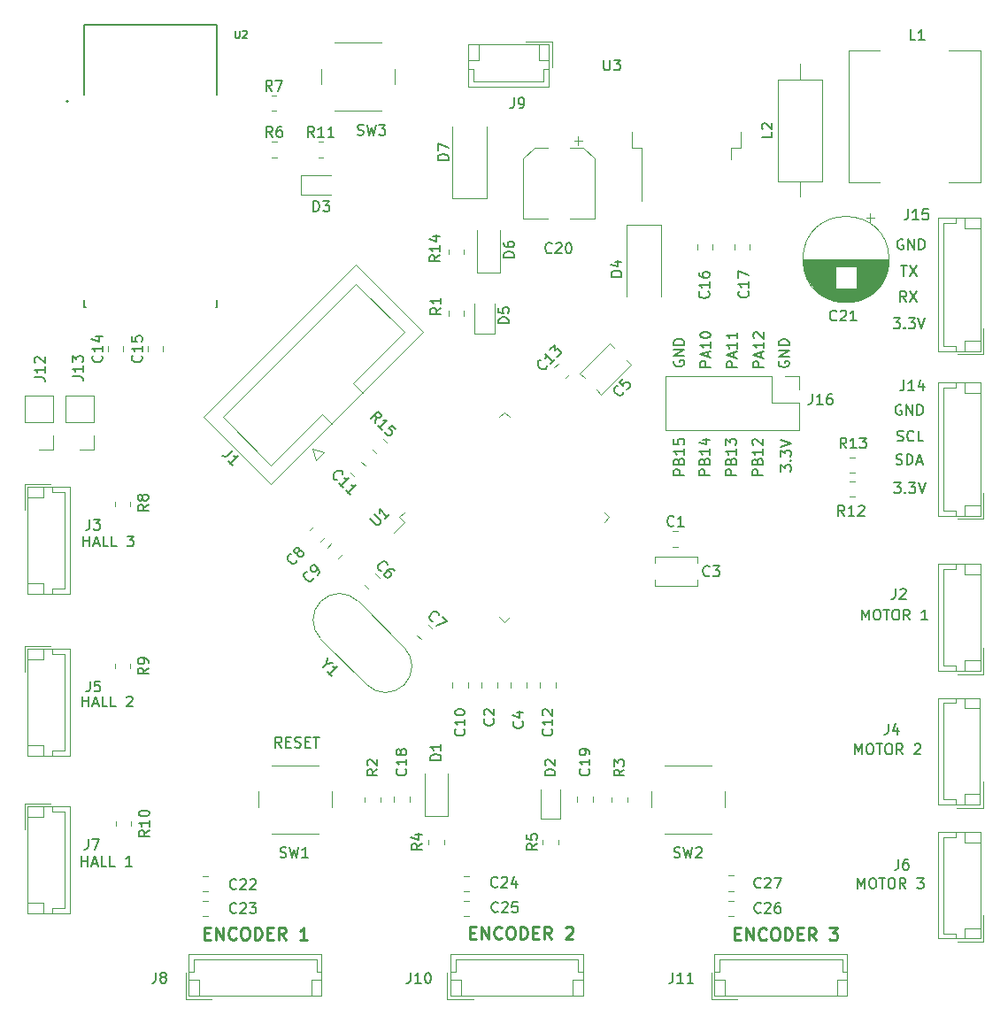
<source format=gbr>
%TF.GenerationSoftware,KiCad,Pcbnew,(5.1.10)-1*%
%TF.CreationDate,2021-10-14T00:36:54-03:00*%
%TF.ProjectId,3ARA_PCB,33415241-5f50-4434-922e-6b696361645f,rev?*%
%TF.SameCoordinates,Original*%
%TF.FileFunction,Legend,Top*%
%TF.FilePolarity,Positive*%
%FSLAX46Y46*%
G04 Gerber Fmt 4.6, Leading zero omitted, Abs format (unit mm)*
G04 Created by KiCad (PCBNEW (5.1.10)-1) date 2021-10-14 00:36:54*
%MOMM*%
%LPD*%
G01*
G04 APERTURE LIST*
%ADD10C,0.150000*%
%ADD11C,0.250000*%
%ADD12C,0.120000*%
%ADD13C,0.127000*%
%ADD14C,0.200000*%
G04 APERTURE END LIST*
D10*
X190663095Y-70950000D02*
X190567857Y-70902380D01*
X190425000Y-70902380D01*
X190282142Y-70950000D01*
X190186904Y-71045238D01*
X190139285Y-71140476D01*
X190091666Y-71330952D01*
X190091666Y-71473809D01*
X190139285Y-71664285D01*
X190186904Y-71759523D01*
X190282142Y-71854761D01*
X190425000Y-71902380D01*
X190520238Y-71902380D01*
X190663095Y-71854761D01*
X190710714Y-71807142D01*
X190710714Y-71473809D01*
X190520238Y-71473809D01*
X191139285Y-71902380D02*
X191139285Y-70902380D01*
X191710714Y-71902380D01*
X191710714Y-70902380D01*
X192186904Y-71902380D02*
X192186904Y-70902380D01*
X192425000Y-70902380D01*
X192567857Y-70950000D01*
X192663095Y-71045238D01*
X192710714Y-71140476D01*
X192758333Y-71330952D01*
X192758333Y-71473809D01*
X192710714Y-71664285D01*
X192663095Y-71759523D01*
X192567857Y-71854761D01*
X192425000Y-71902380D01*
X192186904Y-71902380D01*
X190983333Y-76877380D02*
X190650000Y-76401190D01*
X190411904Y-76877380D02*
X190411904Y-75877380D01*
X190792857Y-75877380D01*
X190888095Y-75925000D01*
X190935714Y-75972619D01*
X190983333Y-76067857D01*
X190983333Y-76210714D01*
X190935714Y-76305952D01*
X190888095Y-76353571D01*
X190792857Y-76401190D01*
X190411904Y-76401190D01*
X191316666Y-75877380D02*
X191983333Y-76877380D01*
X191983333Y-75877380D02*
X191316666Y-76877380D01*
X190463095Y-73427380D02*
X191034523Y-73427380D01*
X190748809Y-74427380D02*
X190748809Y-73427380D01*
X191272619Y-73427380D02*
X191939285Y-74427380D01*
X191939285Y-73427380D02*
X191272619Y-74427380D01*
X189748809Y-78452380D02*
X190367857Y-78452380D01*
X190034523Y-78833333D01*
X190177380Y-78833333D01*
X190272619Y-78880952D01*
X190320238Y-78928571D01*
X190367857Y-79023809D01*
X190367857Y-79261904D01*
X190320238Y-79357142D01*
X190272619Y-79404761D01*
X190177380Y-79452380D01*
X189891666Y-79452380D01*
X189796428Y-79404761D01*
X189748809Y-79357142D01*
X190796428Y-79357142D02*
X190844047Y-79404761D01*
X190796428Y-79452380D01*
X190748809Y-79404761D01*
X190796428Y-79357142D01*
X190796428Y-79452380D01*
X191177380Y-78452380D02*
X191796428Y-78452380D01*
X191463095Y-78833333D01*
X191605952Y-78833333D01*
X191701190Y-78880952D01*
X191748809Y-78928571D01*
X191796428Y-79023809D01*
X191796428Y-79261904D01*
X191748809Y-79357142D01*
X191701190Y-79404761D01*
X191605952Y-79452380D01*
X191320238Y-79452380D01*
X191225000Y-79404761D01*
X191177380Y-79357142D01*
X192082142Y-78452380D02*
X192415476Y-79452380D01*
X192748809Y-78452380D01*
X190488095Y-86775000D02*
X190392857Y-86727380D01*
X190250000Y-86727380D01*
X190107142Y-86775000D01*
X190011904Y-86870238D01*
X189964285Y-86965476D01*
X189916666Y-87155952D01*
X189916666Y-87298809D01*
X189964285Y-87489285D01*
X190011904Y-87584523D01*
X190107142Y-87679761D01*
X190250000Y-87727380D01*
X190345238Y-87727380D01*
X190488095Y-87679761D01*
X190535714Y-87632142D01*
X190535714Y-87298809D01*
X190345238Y-87298809D01*
X190964285Y-87727380D02*
X190964285Y-86727380D01*
X191535714Y-87727380D01*
X191535714Y-86727380D01*
X192011904Y-87727380D02*
X192011904Y-86727380D01*
X192250000Y-86727380D01*
X192392857Y-86775000D01*
X192488095Y-86870238D01*
X192535714Y-86965476D01*
X192583333Y-87155952D01*
X192583333Y-87298809D01*
X192535714Y-87489285D01*
X192488095Y-87584523D01*
X192392857Y-87679761D01*
X192250000Y-87727380D01*
X192011904Y-87727380D01*
X189798809Y-94202380D02*
X190417857Y-94202380D01*
X190084523Y-94583333D01*
X190227380Y-94583333D01*
X190322619Y-94630952D01*
X190370238Y-94678571D01*
X190417857Y-94773809D01*
X190417857Y-95011904D01*
X190370238Y-95107142D01*
X190322619Y-95154761D01*
X190227380Y-95202380D01*
X189941666Y-95202380D01*
X189846428Y-95154761D01*
X189798809Y-95107142D01*
X190846428Y-95107142D02*
X190894047Y-95154761D01*
X190846428Y-95202380D01*
X190798809Y-95154761D01*
X190846428Y-95107142D01*
X190846428Y-95202380D01*
X191227380Y-94202380D02*
X191846428Y-94202380D01*
X191513095Y-94583333D01*
X191655952Y-94583333D01*
X191751190Y-94630952D01*
X191798809Y-94678571D01*
X191846428Y-94773809D01*
X191846428Y-95011904D01*
X191798809Y-95107142D01*
X191751190Y-95154761D01*
X191655952Y-95202380D01*
X191370238Y-95202380D01*
X191275000Y-95154761D01*
X191227380Y-95107142D01*
X192132142Y-94202380D02*
X192465476Y-95202380D01*
X192798809Y-94202380D01*
X190109523Y-90179761D02*
X190252380Y-90227380D01*
X190490476Y-90227380D01*
X190585714Y-90179761D01*
X190633333Y-90132142D01*
X190680952Y-90036904D01*
X190680952Y-89941666D01*
X190633333Y-89846428D01*
X190585714Y-89798809D01*
X190490476Y-89751190D01*
X190300000Y-89703571D01*
X190204761Y-89655952D01*
X190157142Y-89608333D01*
X190109523Y-89513095D01*
X190109523Y-89417857D01*
X190157142Y-89322619D01*
X190204761Y-89275000D01*
X190300000Y-89227380D01*
X190538095Y-89227380D01*
X190680952Y-89275000D01*
X191680952Y-90132142D02*
X191633333Y-90179761D01*
X191490476Y-90227380D01*
X191395238Y-90227380D01*
X191252380Y-90179761D01*
X191157142Y-90084523D01*
X191109523Y-89989285D01*
X191061904Y-89798809D01*
X191061904Y-89655952D01*
X191109523Y-89465476D01*
X191157142Y-89370238D01*
X191252380Y-89275000D01*
X191395238Y-89227380D01*
X191490476Y-89227380D01*
X191633333Y-89275000D01*
X191680952Y-89322619D01*
X192585714Y-90227380D02*
X192109523Y-90227380D01*
X192109523Y-89227380D01*
X190010714Y-92429761D02*
X190153571Y-92477380D01*
X190391666Y-92477380D01*
X190486904Y-92429761D01*
X190534523Y-92382142D01*
X190582142Y-92286904D01*
X190582142Y-92191666D01*
X190534523Y-92096428D01*
X190486904Y-92048809D01*
X190391666Y-92001190D01*
X190201190Y-91953571D01*
X190105952Y-91905952D01*
X190058333Y-91858333D01*
X190010714Y-91763095D01*
X190010714Y-91667857D01*
X190058333Y-91572619D01*
X190105952Y-91525000D01*
X190201190Y-91477380D01*
X190439285Y-91477380D01*
X190582142Y-91525000D01*
X191010714Y-92477380D02*
X191010714Y-91477380D01*
X191248809Y-91477380D01*
X191391666Y-91525000D01*
X191486904Y-91620238D01*
X191534523Y-91715476D01*
X191582142Y-91905952D01*
X191582142Y-92048809D01*
X191534523Y-92239285D01*
X191486904Y-92334523D01*
X191391666Y-92429761D01*
X191248809Y-92477380D01*
X191010714Y-92477380D01*
X191963095Y-92191666D02*
X192439285Y-92191666D01*
X191867857Y-92477380D02*
X192201190Y-91477380D01*
X192534523Y-92477380D01*
X178952380Y-93126190D02*
X178952380Y-92507142D01*
X179333333Y-92840476D01*
X179333333Y-92697619D01*
X179380952Y-92602380D01*
X179428571Y-92554761D01*
X179523809Y-92507142D01*
X179761904Y-92507142D01*
X179857142Y-92554761D01*
X179904761Y-92602380D01*
X179952380Y-92697619D01*
X179952380Y-92983333D01*
X179904761Y-93078571D01*
X179857142Y-93126190D01*
X179857142Y-92078571D02*
X179904761Y-92030952D01*
X179952380Y-92078571D01*
X179904761Y-92126190D01*
X179857142Y-92078571D01*
X179952380Y-92078571D01*
X178952380Y-91697619D02*
X178952380Y-91078571D01*
X179333333Y-91411904D01*
X179333333Y-91269047D01*
X179380952Y-91173809D01*
X179428571Y-91126190D01*
X179523809Y-91078571D01*
X179761904Y-91078571D01*
X179857142Y-91126190D01*
X179904761Y-91173809D01*
X179952380Y-91269047D01*
X179952380Y-91554761D01*
X179904761Y-91650000D01*
X179857142Y-91697619D01*
X178952380Y-90792857D02*
X179952380Y-90459523D01*
X178952380Y-90126190D01*
X177227380Y-93489285D02*
X176227380Y-93489285D01*
X176227380Y-93108333D01*
X176275000Y-93013095D01*
X176322619Y-92965476D01*
X176417857Y-92917857D01*
X176560714Y-92917857D01*
X176655952Y-92965476D01*
X176703571Y-93013095D01*
X176751190Y-93108333D01*
X176751190Y-93489285D01*
X176703571Y-92155952D02*
X176751190Y-92013095D01*
X176798809Y-91965476D01*
X176894047Y-91917857D01*
X177036904Y-91917857D01*
X177132142Y-91965476D01*
X177179761Y-92013095D01*
X177227380Y-92108333D01*
X177227380Y-92489285D01*
X176227380Y-92489285D01*
X176227380Y-92155952D01*
X176275000Y-92060714D01*
X176322619Y-92013095D01*
X176417857Y-91965476D01*
X176513095Y-91965476D01*
X176608333Y-92013095D01*
X176655952Y-92060714D01*
X176703571Y-92155952D01*
X176703571Y-92489285D01*
X177227380Y-90965476D02*
X177227380Y-91536904D01*
X177227380Y-91251190D02*
X176227380Y-91251190D01*
X176370238Y-91346428D01*
X176465476Y-91441666D01*
X176513095Y-91536904D01*
X176322619Y-90584523D02*
X176275000Y-90536904D01*
X176227380Y-90441666D01*
X176227380Y-90203571D01*
X176275000Y-90108333D01*
X176322619Y-90060714D01*
X176417857Y-90013095D01*
X176513095Y-90013095D01*
X176655952Y-90060714D01*
X177227380Y-90632142D01*
X177227380Y-90013095D01*
X174702380Y-93464285D02*
X173702380Y-93464285D01*
X173702380Y-93083333D01*
X173750000Y-92988095D01*
X173797619Y-92940476D01*
X173892857Y-92892857D01*
X174035714Y-92892857D01*
X174130952Y-92940476D01*
X174178571Y-92988095D01*
X174226190Y-93083333D01*
X174226190Y-93464285D01*
X174178571Y-92130952D02*
X174226190Y-91988095D01*
X174273809Y-91940476D01*
X174369047Y-91892857D01*
X174511904Y-91892857D01*
X174607142Y-91940476D01*
X174654761Y-91988095D01*
X174702380Y-92083333D01*
X174702380Y-92464285D01*
X173702380Y-92464285D01*
X173702380Y-92130952D01*
X173750000Y-92035714D01*
X173797619Y-91988095D01*
X173892857Y-91940476D01*
X173988095Y-91940476D01*
X174083333Y-91988095D01*
X174130952Y-92035714D01*
X174178571Y-92130952D01*
X174178571Y-92464285D01*
X174702380Y-90940476D02*
X174702380Y-91511904D01*
X174702380Y-91226190D02*
X173702380Y-91226190D01*
X173845238Y-91321428D01*
X173940476Y-91416666D01*
X173988095Y-91511904D01*
X173702380Y-90607142D02*
X173702380Y-89988095D01*
X174083333Y-90321428D01*
X174083333Y-90178571D01*
X174130952Y-90083333D01*
X174178571Y-90035714D01*
X174273809Y-89988095D01*
X174511904Y-89988095D01*
X174607142Y-90035714D01*
X174654761Y-90083333D01*
X174702380Y-90178571D01*
X174702380Y-90464285D01*
X174654761Y-90559523D01*
X174607142Y-90607142D01*
X172177380Y-93464285D02*
X171177380Y-93464285D01*
X171177380Y-93083333D01*
X171225000Y-92988095D01*
X171272619Y-92940476D01*
X171367857Y-92892857D01*
X171510714Y-92892857D01*
X171605952Y-92940476D01*
X171653571Y-92988095D01*
X171701190Y-93083333D01*
X171701190Y-93464285D01*
X171653571Y-92130952D02*
X171701190Y-91988095D01*
X171748809Y-91940476D01*
X171844047Y-91892857D01*
X171986904Y-91892857D01*
X172082142Y-91940476D01*
X172129761Y-91988095D01*
X172177380Y-92083333D01*
X172177380Y-92464285D01*
X171177380Y-92464285D01*
X171177380Y-92130952D01*
X171225000Y-92035714D01*
X171272619Y-91988095D01*
X171367857Y-91940476D01*
X171463095Y-91940476D01*
X171558333Y-91988095D01*
X171605952Y-92035714D01*
X171653571Y-92130952D01*
X171653571Y-92464285D01*
X172177380Y-90940476D02*
X172177380Y-91511904D01*
X172177380Y-91226190D02*
X171177380Y-91226190D01*
X171320238Y-91321428D01*
X171415476Y-91416666D01*
X171463095Y-91511904D01*
X171510714Y-90083333D02*
X172177380Y-90083333D01*
X171129761Y-90321428D02*
X171844047Y-90559523D01*
X171844047Y-89940476D01*
X169727380Y-93464285D02*
X168727380Y-93464285D01*
X168727380Y-93083333D01*
X168775000Y-92988095D01*
X168822619Y-92940476D01*
X168917857Y-92892857D01*
X169060714Y-92892857D01*
X169155952Y-92940476D01*
X169203571Y-92988095D01*
X169251190Y-93083333D01*
X169251190Y-93464285D01*
X169203571Y-92130952D02*
X169251190Y-91988095D01*
X169298809Y-91940476D01*
X169394047Y-91892857D01*
X169536904Y-91892857D01*
X169632142Y-91940476D01*
X169679761Y-91988095D01*
X169727380Y-92083333D01*
X169727380Y-92464285D01*
X168727380Y-92464285D01*
X168727380Y-92130952D01*
X168775000Y-92035714D01*
X168822619Y-91988095D01*
X168917857Y-91940476D01*
X169013095Y-91940476D01*
X169108333Y-91988095D01*
X169155952Y-92035714D01*
X169203571Y-92130952D01*
X169203571Y-92464285D01*
X169727380Y-90940476D02*
X169727380Y-91511904D01*
X169727380Y-91226190D02*
X168727380Y-91226190D01*
X168870238Y-91321428D01*
X168965476Y-91416666D01*
X169013095Y-91511904D01*
X168727380Y-90035714D02*
X168727380Y-90511904D01*
X169203571Y-90559523D01*
X169155952Y-90511904D01*
X169108333Y-90416666D01*
X169108333Y-90178571D01*
X169155952Y-90083333D01*
X169203571Y-90035714D01*
X169298809Y-89988095D01*
X169536904Y-89988095D01*
X169632142Y-90035714D01*
X169679761Y-90083333D01*
X169727380Y-90178571D01*
X169727380Y-90416666D01*
X169679761Y-90511904D01*
X169632142Y-90559523D01*
X168775000Y-82536904D02*
X168727380Y-82632142D01*
X168727380Y-82775000D01*
X168775000Y-82917857D01*
X168870238Y-83013095D01*
X168965476Y-83060714D01*
X169155952Y-83108333D01*
X169298809Y-83108333D01*
X169489285Y-83060714D01*
X169584523Y-83013095D01*
X169679761Y-82917857D01*
X169727380Y-82775000D01*
X169727380Y-82679761D01*
X169679761Y-82536904D01*
X169632142Y-82489285D01*
X169298809Y-82489285D01*
X169298809Y-82679761D01*
X169727380Y-82060714D02*
X168727380Y-82060714D01*
X169727380Y-81489285D01*
X168727380Y-81489285D01*
X169727380Y-81013095D02*
X168727380Y-81013095D01*
X168727380Y-80775000D01*
X168775000Y-80632142D01*
X168870238Y-80536904D01*
X168965476Y-80489285D01*
X169155952Y-80441666D01*
X169298809Y-80441666D01*
X169489285Y-80489285D01*
X169584523Y-80536904D01*
X169679761Y-80632142D01*
X169727380Y-80775000D01*
X169727380Y-81013095D01*
X178800000Y-82586904D02*
X178752380Y-82682142D01*
X178752380Y-82825000D01*
X178800000Y-82967857D01*
X178895238Y-83063095D01*
X178990476Y-83110714D01*
X179180952Y-83158333D01*
X179323809Y-83158333D01*
X179514285Y-83110714D01*
X179609523Y-83063095D01*
X179704761Y-82967857D01*
X179752380Y-82825000D01*
X179752380Y-82729761D01*
X179704761Y-82586904D01*
X179657142Y-82539285D01*
X179323809Y-82539285D01*
X179323809Y-82729761D01*
X179752380Y-82110714D02*
X178752380Y-82110714D01*
X179752380Y-81539285D01*
X178752380Y-81539285D01*
X179752380Y-81063095D02*
X178752380Y-81063095D01*
X178752380Y-80825000D01*
X178800000Y-80682142D01*
X178895238Y-80586904D01*
X178990476Y-80539285D01*
X179180952Y-80491666D01*
X179323809Y-80491666D01*
X179514285Y-80539285D01*
X179609523Y-80586904D01*
X179704761Y-80682142D01*
X179752380Y-80825000D01*
X179752380Y-81063095D01*
X177327380Y-83142857D02*
X176327380Y-83142857D01*
X176327380Y-82761904D01*
X176375000Y-82666666D01*
X176422619Y-82619047D01*
X176517857Y-82571428D01*
X176660714Y-82571428D01*
X176755952Y-82619047D01*
X176803571Y-82666666D01*
X176851190Y-82761904D01*
X176851190Y-83142857D01*
X177041666Y-82190476D02*
X177041666Y-81714285D01*
X177327380Y-82285714D02*
X176327380Y-81952380D01*
X177327380Y-81619047D01*
X177327380Y-80761904D02*
X177327380Y-81333333D01*
X177327380Y-81047619D02*
X176327380Y-81047619D01*
X176470238Y-81142857D01*
X176565476Y-81238095D01*
X176613095Y-81333333D01*
X176422619Y-80380952D02*
X176375000Y-80333333D01*
X176327380Y-80238095D01*
X176327380Y-80000000D01*
X176375000Y-79904761D01*
X176422619Y-79857142D01*
X176517857Y-79809523D01*
X176613095Y-79809523D01*
X176755952Y-79857142D01*
X177327380Y-80428571D01*
X177327380Y-79809523D01*
X174777380Y-83167857D02*
X173777380Y-83167857D01*
X173777380Y-82786904D01*
X173825000Y-82691666D01*
X173872619Y-82644047D01*
X173967857Y-82596428D01*
X174110714Y-82596428D01*
X174205952Y-82644047D01*
X174253571Y-82691666D01*
X174301190Y-82786904D01*
X174301190Y-83167857D01*
X174491666Y-82215476D02*
X174491666Y-81739285D01*
X174777380Y-82310714D02*
X173777380Y-81977380D01*
X174777380Y-81644047D01*
X174777380Y-80786904D02*
X174777380Y-81358333D01*
X174777380Y-81072619D02*
X173777380Y-81072619D01*
X173920238Y-81167857D01*
X174015476Y-81263095D01*
X174063095Y-81358333D01*
X174777380Y-79834523D02*
X174777380Y-80405952D01*
X174777380Y-80120238D02*
X173777380Y-80120238D01*
X173920238Y-80215476D01*
X174015476Y-80310714D01*
X174063095Y-80405952D01*
X172252380Y-83117857D02*
X171252380Y-83117857D01*
X171252380Y-82736904D01*
X171300000Y-82641666D01*
X171347619Y-82594047D01*
X171442857Y-82546428D01*
X171585714Y-82546428D01*
X171680952Y-82594047D01*
X171728571Y-82641666D01*
X171776190Y-82736904D01*
X171776190Y-83117857D01*
X171966666Y-82165476D02*
X171966666Y-81689285D01*
X172252380Y-82260714D02*
X171252380Y-81927380D01*
X172252380Y-81594047D01*
X172252380Y-80736904D02*
X172252380Y-81308333D01*
X172252380Y-81022619D02*
X171252380Y-81022619D01*
X171395238Y-81117857D01*
X171490476Y-81213095D01*
X171538095Y-81308333D01*
X171252380Y-80117857D02*
X171252380Y-80022619D01*
X171300000Y-79927380D01*
X171347619Y-79879761D01*
X171442857Y-79832142D01*
X171633333Y-79784523D01*
X171871428Y-79784523D01*
X172061904Y-79832142D01*
X172157142Y-79879761D01*
X172204761Y-79927380D01*
X172252380Y-80022619D01*
X172252380Y-80117857D01*
X172204761Y-80213095D01*
X172157142Y-80260714D01*
X172061904Y-80308333D01*
X171871428Y-80355952D01*
X171633333Y-80355952D01*
X171442857Y-80308333D01*
X171347619Y-80260714D01*
X171300000Y-80213095D01*
X171252380Y-80117857D01*
X131197619Y-119527380D02*
X130864285Y-119051190D01*
X130626190Y-119527380D02*
X130626190Y-118527380D01*
X131007142Y-118527380D01*
X131102380Y-118575000D01*
X131150000Y-118622619D01*
X131197619Y-118717857D01*
X131197619Y-118860714D01*
X131150000Y-118955952D01*
X131102380Y-119003571D01*
X131007142Y-119051190D01*
X130626190Y-119051190D01*
X131626190Y-119003571D02*
X131959523Y-119003571D01*
X132102380Y-119527380D02*
X131626190Y-119527380D01*
X131626190Y-118527380D01*
X132102380Y-118527380D01*
X132483333Y-119479761D02*
X132626190Y-119527380D01*
X132864285Y-119527380D01*
X132959523Y-119479761D01*
X133007142Y-119432142D01*
X133054761Y-119336904D01*
X133054761Y-119241666D01*
X133007142Y-119146428D01*
X132959523Y-119098809D01*
X132864285Y-119051190D01*
X132673809Y-119003571D01*
X132578571Y-118955952D01*
X132530952Y-118908333D01*
X132483333Y-118813095D01*
X132483333Y-118717857D01*
X132530952Y-118622619D01*
X132578571Y-118575000D01*
X132673809Y-118527380D01*
X132911904Y-118527380D01*
X133054761Y-118575000D01*
X133483333Y-119003571D02*
X133816666Y-119003571D01*
X133959523Y-119527380D02*
X133483333Y-119527380D01*
X133483333Y-118527380D01*
X133959523Y-118527380D01*
X134245238Y-118527380D02*
X134816666Y-118527380D01*
X134530952Y-119527380D02*
X134530952Y-118527380D01*
X112244047Y-100302380D02*
X112244047Y-99302380D01*
X112244047Y-99778571D02*
X112815476Y-99778571D01*
X112815476Y-100302380D02*
X112815476Y-99302380D01*
X113244047Y-100016666D02*
X113720238Y-100016666D01*
X113148809Y-100302380D02*
X113482142Y-99302380D01*
X113815476Y-100302380D01*
X114625000Y-100302380D02*
X114148809Y-100302380D01*
X114148809Y-99302380D01*
X115434523Y-100302380D02*
X114958333Y-100302380D01*
X114958333Y-99302380D01*
X116434523Y-99302380D02*
X117053571Y-99302380D01*
X116720238Y-99683333D01*
X116863095Y-99683333D01*
X116958333Y-99730952D01*
X117005952Y-99778571D01*
X117053571Y-99873809D01*
X117053571Y-100111904D01*
X117005952Y-100207142D01*
X116958333Y-100254761D01*
X116863095Y-100302380D01*
X116577380Y-100302380D01*
X116482142Y-100254761D01*
X116434523Y-100207142D01*
X112144047Y-115627380D02*
X112144047Y-114627380D01*
X112144047Y-115103571D02*
X112715476Y-115103571D01*
X112715476Y-115627380D02*
X112715476Y-114627380D01*
X113144047Y-115341666D02*
X113620238Y-115341666D01*
X113048809Y-115627380D02*
X113382142Y-114627380D01*
X113715476Y-115627380D01*
X114525000Y-115627380D02*
X114048809Y-115627380D01*
X114048809Y-114627380D01*
X115334523Y-115627380D02*
X114858333Y-115627380D01*
X114858333Y-114627380D01*
X116382142Y-114722619D02*
X116429761Y-114675000D01*
X116525000Y-114627380D01*
X116763095Y-114627380D01*
X116858333Y-114675000D01*
X116905952Y-114722619D01*
X116953571Y-114817857D01*
X116953571Y-114913095D01*
X116905952Y-115055952D01*
X116334523Y-115627380D01*
X116953571Y-115627380D01*
X112069047Y-130902380D02*
X112069047Y-129902380D01*
X112069047Y-130378571D02*
X112640476Y-130378571D01*
X112640476Y-130902380D02*
X112640476Y-129902380D01*
X113069047Y-130616666D02*
X113545238Y-130616666D01*
X112973809Y-130902380D02*
X113307142Y-129902380D01*
X113640476Y-130902380D01*
X114450000Y-130902380D02*
X113973809Y-130902380D01*
X113973809Y-129902380D01*
X115259523Y-130902380D02*
X114783333Y-130902380D01*
X114783333Y-129902380D01*
X116878571Y-130902380D02*
X116307142Y-130902380D01*
X116592857Y-130902380D02*
X116592857Y-129902380D01*
X116497619Y-130045238D01*
X116402380Y-130140476D01*
X116307142Y-130188095D01*
X186330952Y-133027380D02*
X186330952Y-132027380D01*
X186664285Y-132741666D01*
X186997619Y-132027380D01*
X186997619Y-133027380D01*
X187664285Y-132027380D02*
X187854761Y-132027380D01*
X187950000Y-132075000D01*
X188045238Y-132170238D01*
X188092857Y-132360714D01*
X188092857Y-132694047D01*
X188045238Y-132884523D01*
X187950000Y-132979761D01*
X187854761Y-133027380D01*
X187664285Y-133027380D01*
X187569047Y-132979761D01*
X187473809Y-132884523D01*
X187426190Y-132694047D01*
X187426190Y-132360714D01*
X187473809Y-132170238D01*
X187569047Y-132075000D01*
X187664285Y-132027380D01*
X188378571Y-132027380D02*
X188950000Y-132027380D01*
X188664285Y-133027380D02*
X188664285Y-132027380D01*
X189473809Y-132027380D02*
X189664285Y-132027380D01*
X189759523Y-132075000D01*
X189854761Y-132170238D01*
X189902380Y-132360714D01*
X189902380Y-132694047D01*
X189854761Y-132884523D01*
X189759523Y-132979761D01*
X189664285Y-133027380D01*
X189473809Y-133027380D01*
X189378571Y-132979761D01*
X189283333Y-132884523D01*
X189235714Y-132694047D01*
X189235714Y-132360714D01*
X189283333Y-132170238D01*
X189378571Y-132075000D01*
X189473809Y-132027380D01*
X190902380Y-133027380D02*
X190569047Y-132551190D01*
X190330952Y-133027380D02*
X190330952Y-132027380D01*
X190711904Y-132027380D01*
X190807142Y-132075000D01*
X190854761Y-132122619D01*
X190902380Y-132217857D01*
X190902380Y-132360714D01*
X190854761Y-132455952D01*
X190807142Y-132503571D01*
X190711904Y-132551190D01*
X190330952Y-132551190D01*
X191997619Y-132027380D02*
X192616666Y-132027380D01*
X192283333Y-132408333D01*
X192426190Y-132408333D01*
X192521428Y-132455952D01*
X192569047Y-132503571D01*
X192616666Y-132598809D01*
X192616666Y-132836904D01*
X192569047Y-132932142D01*
X192521428Y-132979761D01*
X192426190Y-133027380D01*
X192140476Y-133027380D01*
X192045238Y-132979761D01*
X191997619Y-132932142D01*
X186055952Y-120177380D02*
X186055952Y-119177380D01*
X186389285Y-119891666D01*
X186722619Y-119177380D01*
X186722619Y-120177380D01*
X187389285Y-119177380D02*
X187579761Y-119177380D01*
X187675000Y-119225000D01*
X187770238Y-119320238D01*
X187817857Y-119510714D01*
X187817857Y-119844047D01*
X187770238Y-120034523D01*
X187675000Y-120129761D01*
X187579761Y-120177380D01*
X187389285Y-120177380D01*
X187294047Y-120129761D01*
X187198809Y-120034523D01*
X187151190Y-119844047D01*
X187151190Y-119510714D01*
X187198809Y-119320238D01*
X187294047Y-119225000D01*
X187389285Y-119177380D01*
X188103571Y-119177380D02*
X188675000Y-119177380D01*
X188389285Y-120177380D02*
X188389285Y-119177380D01*
X189198809Y-119177380D02*
X189389285Y-119177380D01*
X189484523Y-119225000D01*
X189579761Y-119320238D01*
X189627380Y-119510714D01*
X189627380Y-119844047D01*
X189579761Y-120034523D01*
X189484523Y-120129761D01*
X189389285Y-120177380D01*
X189198809Y-120177380D01*
X189103571Y-120129761D01*
X189008333Y-120034523D01*
X188960714Y-119844047D01*
X188960714Y-119510714D01*
X189008333Y-119320238D01*
X189103571Y-119225000D01*
X189198809Y-119177380D01*
X190627380Y-120177380D02*
X190294047Y-119701190D01*
X190055952Y-120177380D02*
X190055952Y-119177380D01*
X190436904Y-119177380D01*
X190532142Y-119225000D01*
X190579761Y-119272619D01*
X190627380Y-119367857D01*
X190627380Y-119510714D01*
X190579761Y-119605952D01*
X190532142Y-119653571D01*
X190436904Y-119701190D01*
X190055952Y-119701190D01*
X191770238Y-119272619D02*
X191817857Y-119225000D01*
X191913095Y-119177380D01*
X192151190Y-119177380D01*
X192246428Y-119225000D01*
X192294047Y-119272619D01*
X192341666Y-119367857D01*
X192341666Y-119463095D01*
X192294047Y-119605952D01*
X191722619Y-120177380D01*
X192341666Y-120177380D01*
X186730952Y-107327380D02*
X186730952Y-106327380D01*
X187064285Y-107041666D01*
X187397619Y-106327380D01*
X187397619Y-107327380D01*
X188064285Y-106327380D02*
X188254761Y-106327380D01*
X188350000Y-106375000D01*
X188445238Y-106470238D01*
X188492857Y-106660714D01*
X188492857Y-106994047D01*
X188445238Y-107184523D01*
X188350000Y-107279761D01*
X188254761Y-107327380D01*
X188064285Y-107327380D01*
X187969047Y-107279761D01*
X187873809Y-107184523D01*
X187826190Y-106994047D01*
X187826190Y-106660714D01*
X187873809Y-106470238D01*
X187969047Y-106375000D01*
X188064285Y-106327380D01*
X188778571Y-106327380D02*
X189350000Y-106327380D01*
X189064285Y-107327380D02*
X189064285Y-106327380D01*
X189873809Y-106327380D02*
X190064285Y-106327380D01*
X190159523Y-106375000D01*
X190254761Y-106470238D01*
X190302380Y-106660714D01*
X190302380Y-106994047D01*
X190254761Y-107184523D01*
X190159523Y-107279761D01*
X190064285Y-107327380D01*
X189873809Y-107327380D01*
X189778571Y-107279761D01*
X189683333Y-107184523D01*
X189635714Y-106994047D01*
X189635714Y-106660714D01*
X189683333Y-106470238D01*
X189778571Y-106375000D01*
X189873809Y-106327380D01*
X191302380Y-107327380D02*
X190969047Y-106851190D01*
X190730952Y-107327380D02*
X190730952Y-106327380D01*
X191111904Y-106327380D01*
X191207142Y-106375000D01*
X191254761Y-106422619D01*
X191302380Y-106517857D01*
X191302380Y-106660714D01*
X191254761Y-106755952D01*
X191207142Y-106803571D01*
X191111904Y-106851190D01*
X190730952Y-106851190D01*
X193016666Y-107327380D02*
X192445238Y-107327380D01*
X192730952Y-107327380D02*
X192730952Y-106327380D01*
X192635714Y-106470238D01*
X192540476Y-106565476D01*
X192445238Y-106613095D01*
D11*
X174539285Y-137339285D02*
X174939285Y-137339285D01*
X175110714Y-137967857D02*
X174539285Y-137967857D01*
X174539285Y-136767857D01*
X175110714Y-136767857D01*
X175625000Y-137967857D02*
X175625000Y-136767857D01*
X176310714Y-137967857D01*
X176310714Y-136767857D01*
X177567857Y-137853571D02*
X177510714Y-137910714D01*
X177339285Y-137967857D01*
X177225000Y-137967857D01*
X177053571Y-137910714D01*
X176939285Y-137796428D01*
X176882142Y-137682142D01*
X176825000Y-137453571D01*
X176825000Y-137282142D01*
X176882142Y-137053571D01*
X176939285Y-136939285D01*
X177053571Y-136825000D01*
X177225000Y-136767857D01*
X177339285Y-136767857D01*
X177510714Y-136825000D01*
X177567857Y-136882142D01*
X178310714Y-136767857D02*
X178539285Y-136767857D01*
X178653571Y-136825000D01*
X178767857Y-136939285D01*
X178825000Y-137167857D01*
X178825000Y-137567857D01*
X178767857Y-137796428D01*
X178653571Y-137910714D01*
X178539285Y-137967857D01*
X178310714Y-137967857D01*
X178196428Y-137910714D01*
X178082142Y-137796428D01*
X178025000Y-137567857D01*
X178025000Y-137167857D01*
X178082142Y-136939285D01*
X178196428Y-136825000D01*
X178310714Y-136767857D01*
X179339285Y-137967857D02*
X179339285Y-136767857D01*
X179625000Y-136767857D01*
X179796428Y-136825000D01*
X179910714Y-136939285D01*
X179967857Y-137053571D01*
X180025000Y-137282142D01*
X180025000Y-137453571D01*
X179967857Y-137682142D01*
X179910714Y-137796428D01*
X179796428Y-137910714D01*
X179625000Y-137967857D01*
X179339285Y-137967857D01*
X180539285Y-137339285D02*
X180939285Y-137339285D01*
X181110714Y-137967857D02*
X180539285Y-137967857D01*
X180539285Y-136767857D01*
X181110714Y-136767857D01*
X182310714Y-137967857D02*
X181910714Y-137396428D01*
X181625000Y-137967857D02*
X181625000Y-136767857D01*
X182082142Y-136767857D01*
X182196428Y-136825000D01*
X182253571Y-136882142D01*
X182310714Y-136996428D01*
X182310714Y-137167857D01*
X182253571Y-137282142D01*
X182196428Y-137339285D01*
X182082142Y-137396428D01*
X181625000Y-137396428D01*
X183625000Y-136767857D02*
X184367857Y-136767857D01*
X183967857Y-137225000D01*
X184139285Y-137225000D01*
X184253571Y-137282142D01*
X184310714Y-137339285D01*
X184367857Y-137453571D01*
X184367857Y-137739285D01*
X184310714Y-137853571D01*
X184253571Y-137910714D01*
X184139285Y-137967857D01*
X183796428Y-137967857D01*
X183682142Y-137910714D01*
X183625000Y-137853571D01*
X149239285Y-137239285D02*
X149639285Y-137239285D01*
X149810714Y-137867857D02*
X149239285Y-137867857D01*
X149239285Y-136667857D01*
X149810714Y-136667857D01*
X150325000Y-137867857D02*
X150325000Y-136667857D01*
X151010714Y-137867857D01*
X151010714Y-136667857D01*
X152267857Y-137753571D02*
X152210714Y-137810714D01*
X152039285Y-137867857D01*
X151925000Y-137867857D01*
X151753571Y-137810714D01*
X151639285Y-137696428D01*
X151582142Y-137582142D01*
X151525000Y-137353571D01*
X151525000Y-137182142D01*
X151582142Y-136953571D01*
X151639285Y-136839285D01*
X151753571Y-136725000D01*
X151925000Y-136667857D01*
X152039285Y-136667857D01*
X152210714Y-136725000D01*
X152267857Y-136782142D01*
X153010714Y-136667857D02*
X153239285Y-136667857D01*
X153353571Y-136725000D01*
X153467857Y-136839285D01*
X153525000Y-137067857D01*
X153525000Y-137467857D01*
X153467857Y-137696428D01*
X153353571Y-137810714D01*
X153239285Y-137867857D01*
X153010714Y-137867857D01*
X152896428Y-137810714D01*
X152782142Y-137696428D01*
X152725000Y-137467857D01*
X152725000Y-137067857D01*
X152782142Y-136839285D01*
X152896428Y-136725000D01*
X153010714Y-136667857D01*
X154039285Y-137867857D02*
X154039285Y-136667857D01*
X154325000Y-136667857D01*
X154496428Y-136725000D01*
X154610714Y-136839285D01*
X154667857Y-136953571D01*
X154725000Y-137182142D01*
X154725000Y-137353571D01*
X154667857Y-137582142D01*
X154610714Y-137696428D01*
X154496428Y-137810714D01*
X154325000Y-137867857D01*
X154039285Y-137867857D01*
X155239285Y-137239285D02*
X155639285Y-137239285D01*
X155810714Y-137867857D02*
X155239285Y-137867857D01*
X155239285Y-136667857D01*
X155810714Y-136667857D01*
X157010714Y-137867857D02*
X156610714Y-137296428D01*
X156325000Y-137867857D02*
X156325000Y-136667857D01*
X156782142Y-136667857D01*
X156896428Y-136725000D01*
X156953571Y-136782142D01*
X157010714Y-136896428D01*
X157010714Y-137067857D01*
X156953571Y-137182142D01*
X156896428Y-137239285D01*
X156782142Y-137296428D01*
X156325000Y-137296428D01*
X158382142Y-136782142D02*
X158439285Y-136725000D01*
X158553571Y-136667857D01*
X158839285Y-136667857D01*
X158953571Y-136725000D01*
X159010714Y-136782142D01*
X159067857Y-136896428D01*
X159067857Y-137010714D01*
X159010714Y-137182142D01*
X158325000Y-137867857D01*
X159067857Y-137867857D01*
X123814285Y-137289285D02*
X124214285Y-137289285D01*
X124385714Y-137917857D02*
X123814285Y-137917857D01*
X123814285Y-136717857D01*
X124385714Y-136717857D01*
X124900000Y-137917857D02*
X124900000Y-136717857D01*
X125585714Y-137917857D01*
X125585714Y-136717857D01*
X126842857Y-137803571D02*
X126785714Y-137860714D01*
X126614285Y-137917857D01*
X126500000Y-137917857D01*
X126328571Y-137860714D01*
X126214285Y-137746428D01*
X126157142Y-137632142D01*
X126100000Y-137403571D01*
X126100000Y-137232142D01*
X126157142Y-137003571D01*
X126214285Y-136889285D01*
X126328571Y-136775000D01*
X126500000Y-136717857D01*
X126614285Y-136717857D01*
X126785714Y-136775000D01*
X126842857Y-136832142D01*
X127585714Y-136717857D02*
X127814285Y-136717857D01*
X127928571Y-136775000D01*
X128042857Y-136889285D01*
X128100000Y-137117857D01*
X128100000Y-137517857D01*
X128042857Y-137746428D01*
X127928571Y-137860714D01*
X127814285Y-137917857D01*
X127585714Y-137917857D01*
X127471428Y-137860714D01*
X127357142Y-137746428D01*
X127300000Y-137517857D01*
X127300000Y-137117857D01*
X127357142Y-136889285D01*
X127471428Y-136775000D01*
X127585714Y-136717857D01*
X128614285Y-137917857D02*
X128614285Y-136717857D01*
X128900000Y-136717857D01*
X129071428Y-136775000D01*
X129185714Y-136889285D01*
X129242857Y-137003571D01*
X129300000Y-137232142D01*
X129300000Y-137403571D01*
X129242857Y-137632142D01*
X129185714Y-137746428D01*
X129071428Y-137860714D01*
X128900000Y-137917857D01*
X128614285Y-137917857D01*
X129814285Y-137289285D02*
X130214285Y-137289285D01*
X130385714Y-137917857D02*
X129814285Y-137917857D01*
X129814285Y-136717857D01*
X130385714Y-136717857D01*
X131585714Y-137917857D02*
X131185714Y-137346428D01*
X130900000Y-137917857D02*
X130900000Y-136717857D01*
X131357142Y-136717857D01*
X131471428Y-136775000D01*
X131528571Y-136832142D01*
X131585714Y-136946428D01*
X131585714Y-137117857D01*
X131528571Y-137232142D01*
X131471428Y-137289285D01*
X131357142Y-137346428D01*
X130900000Y-137346428D01*
X133642857Y-137917857D02*
X132957142Y-137917857D01*
X133300000Y-137917857D02*
X133300000Y-136717857D01*
X133185714Y-136889285D01*
X133071428Y-137003571D01*
X132957142Y-137060714D01*
D12*
%TO.C,C5*%
X159751436Y-83740381D02*
X162608148Y-80883669D01*
X161759619Y-85748564D02*
X164616331Y-82891852D01*
X159751436Y-83740381D02*
X160193378Y-84182322D01*
X161317678Y-85306622D02*
X161759619Y-85748564D01*
X162608148Y-80883669D02*
X163050089Y-81325611D01*
X164174389Y-82449911D02*
X164616331Y-82891852D01*
%TO.C,C3*%
X166930000Y-101260000D02*
X170970000Y-101260000D01*
X166930000Y-104100000D02*
X170970000Y-104100000D01*
X166930000Y-101260000D02*
X166930000Y-101885000D01*
X166930000Y-103475000D02*
X166930000Y-104100000D01*
X170970000Y-101260000D02*
X170970000Y-101885000D01*
X170970000Y-103475000D02*
X170970000Y-104100000D01*
%TO.C,L2*%
X180800000Y-54100000D02*
X180800000Y-55610000D01*
X180800000Y-66860000D02*
X180800000Y-65350000D01*
X178680000Y-55610000D02*
X178680000Y-65350000D01*
X182920000Y-55610000D02*
X178680000Y-55610000D01*
X182920000Y-65350000D02*
X182920000Y-55610000D01*
X178680000Y-65350000D02*
X182920000Y-65350000D01*
%TO.C,C21*%
X187915000Y-68840302D02*
X187115000Y-68840302D01*
X187515000Y-68440302D02*
X187515000Y-69240302D01*
X185733000Y-76931000D02*
X184667000Y-76931000D01*
X185968000Y-76891000D02*
X184432000Y-76891000D01*
X186148000Y-76851000D02*
X184252000Y-76851000D01*
X186298000Y-76811000D02*
X184102000Y-76811000D01*
X186429000Y-76771000D02*
X183971000Y-76771000D01*
X186546000Y-76731000D02*
X183854000Y-76731000D01*
X186653000Y-76691000D02*
X183747000Y-76691000D01*
X186752000Y-76651000D02*
X183648000Y-76651000D01*
X186845000Y-76611000D02*
X183555000Y-76611000D01*
X186931000Y-76571000D02*
X183469000Y-76571000D01*
X187013000Y-76531000D02*
X183387000Y-76531000D01*
X187090000Y-76491000D02*
X183310000Y-76491000D01*
X187164000Y-76451000D02*
X183236000Y-76451000D01*
X187234000Y-76411000D02*
X183166000Y-76411000D01*
X187302000Y-76371000D02*
X183098000Y-76371000D01*
X187366000Y-76331000D02*
X183034000Y-76331000D01*
X187428000Y-76291000D02*
X182972000Y-76291000D01*
X187487000Y-76251000D02*
X182913000Y-76251000D01*
X187545000Y-76211000D02*
X182855000Y-76211000D01*
X187600000Y-76171000D02*
X182800000Y-76171000D01*
X187654000Y-76131000D02*
X182746000Y-76131000D01*
X187705000Y-76091000D02*
X182695000Y-76091000D01*
X187756000Y-76051000D02*
X182644000Y-76051000D01*
X187804000Y-76011000D02*
X182596000Y-76011000D01*
X187851000Y-75971000D02*
X182549000Y-75971000D01*
X187897000Y-75931000D02*
X182503000Y-75931000D01*
X187941000Y-75891000D02*
X182459000Y-75891000D01*
X187984000Y-75851000D02*
X182416000Y-75851000D01*
X188026000Y-75811000D02*
X182374000Y-75811000D01*
X188067000Y-75771000D02*
X182333000Y-75771000D01*
X188107000Y-75731000D02*
X182293000Y-75731000D01*
X188145000Y-75691000D02*
X182255000Y-75691000D01*
X188183000Y-75651000D02*
X182217000Y-75651000D01*
X184160000Y-75611000D02*
X182181000Y-75611000D01*
X188219000Y-75611000D02*
X186240000Y-75611000D01*
X184160000Y-75571000D02*
X182145000Y-75571000D01*
X188255000Y-75571000D02*
X186240000Y-75571000D01*
X184160000Y-75531000D02*
X182110000Y-75531000D01*
X188290000Y-75531000D02*
X186240000Y-75531000D01*
X184160000Y-75491000D02*
X182076000Y-75491000D01*
X188324000Y-75491000D02*
X186240000Y-75491000D01*
X184160000Y-75451000D02*
X182044000Y-75451000D01*
X188356000Y-75451000D02*
X186240000Y-75451000D01*
X184160000Y-75411000D02*
X182011000Y-75411000D01*
X188389000Y-75411000D02*
X186240000Y-75411000D01*
X184160000Y-75371000D02*
X181980000Y-75371000D01*
X188420000Y-75371000D02*
X186240000Y-75371000D01*
X184160000Y-75331000D02*
X181950000Y-75331000D01*
X188450000Y-75331000D02*
X186240000Y-75331000D01*
X184160000Y-75291000D02*
X181920000Y-75291000D01*
X188480000Y-75291000D02*
X186240000Y-75291000D01*
X184160000Y-75251000D02*
X181891000Y-75251000D01*
X188509000Y-75251000D02*
X186240000Y-75251000D01*
X184160000Y-75211000D02*
X181862000Y-75211000D01*
X188538000Y-75211000D02*
X186240000Y-75211000D01*
X184160000Y-75171000D02*
X181835000Y-75171000D01*
X188565000Y-75171000D02*
X186240000Y-75171000D01*
X184160000Y-75131000D02*
X181808000Y-75131000D01*
X188592000Y-75131000D02*
X186240000Y-75131000D01*
X184160000Y-75091000D02*
X181782000Y-75091000D01*
X188618000Y-75091000D02*
X186240000Y-75091000D01*
X184160000Y-75051000D02*
X181756000Y-75051000D01*
X188644000Y-75051000D02*
X186240000Y-75051000D01*
X184160000Y-75011000D02*
X181731000Y-75011000D01*
X188669000Y-75011000D02*
X186240000Y-75011000D01*
X184160000Y-74971000D02*
X181707000Y-74971000D01*
X188693000Y-74971000D02*
X186240000Y-74971000D01*
X184160000Y-74931000D02*
X181683000Y-74931000D01*
X188717000Y-74931000D02*
X186240000Y-74931000D01*
X184160000Y-74891000D02*
X181660000Y-74891000D01*
X188740000Y-74891000D02*
X186240000Y-74891000D01*
X184160000Y-74851000D02*
X181638000Y-74851000D01*
X188762000Y-74851000D02*
X186240000Y-74851000D01*
X184160000Y-74811000D02*
X181616000Y-74811000D01*
X188784000Y-74811000D02*
X186240000Y-74811000D01*
X184160000Y-74771000D02*
X181594000Y-74771000D01*
X188806000Y-74771000D02*
X186240000Y-74771000D01*
X184160000Y-74731000D02*
X181573000Y-74731000D01*
X188827000Y-74731000D02*
X186240000Y-74731000D01*
X184160000Y-74691000D02*
X181553000Y-74691000D01*
X188847000Y-74691000D02*
X186240000Y-74691000D01*
X184160000Y-74651000D02*
X181534000Y-74651000D01*
X188866000Y-74651000D02*
X186240000Y-74651000D01*
X184160000Y-74611000D02*
X181514000Y-74611000D01*
X188886000Y-74611000D02*
X186240000Y-74611000D01*
X184160000Y-74571000D02*
X181496000Y-74571000D01*
X188904000Y-74571000D02*
X186240000Y-74571000D01*
X184160000Y-74531000D02*
X181478000Y-74531000D01*
X188922000Y-74531000D02*
X186240000Y-74531000D01*
X184160000Y-74491000D02*
X181460000Y-74491000D01*
X188940000Y-74491000D02*
X186240000Y-74491000D01*
X184160000Y-74451000D02*
X181443000Y-74451000D01*
X188957000Y-74451000D02*
X186240000Y-74451000D01*
X184160000Y-74411000D02*
X181426000Y-74411000D01*
X188974000Y-74411000D02*
X186240000Y-74411000D01*
X184160000Y-74371000D02*
X181410000Y-74371000D01*
X188990000Y-74371000D02*
X186240000Y-74371000D01*
X184160000Y-74331000D02*
X181395000Y-74331000D01*
X189005000Y-74331000D02*
X186240000Y-74331000D01*
X184160000Y-74291000D02*
X181379000Y-74291000D01*
X189021000Y-74291000D02*
X186240000Y-74291000D01*
X184160000Y-74251000D02*
X181365000Y-74251000D01*
X189035000Y-74251000D02*
X186240000Y-74251000D01*
X184160000Y-74211000D02*
X181350000Y-74211000D01*
X189050000Y-74211000D02*
X186240000Y-74211000D01*
X184160000Y-74171000D02*
X181337000Y-74171000D01*
X189063000Y-74171000D02*
X186240000Y-74171000D01*
X184160000Y-74131000D02*
X181323000Y-74131000D01*
X189077000Y-74131000D02*
X186240000Y-74131000D01*
X184160000Y-74091000D02*
X181311000Y-74091000D01*
X189089000Y-74091000D02*
X186240000Y-74091000D01*
X184160000Y-74051000D02*
X181298000Y-74051000D01*
X189102000Y-74051000D02*
X186240000Y-74051000D01*
X184160000Y-74011000D02*
X181286000Y-74011000D01*
X189114000Y-74011000D02*
X186240000Y-74011000D01*
X184160000Y-73971000D02*
X181275000Y-73971000D01*
X189125000Y-73971000D02*
X186240000Y-73971000D01*
X184160000Y-73931000D02*
X181264000Y-73931000D01*
X189136000Y-73931000D02*
X186240000Y-73931000D01*
X184160000Y-73891000D02*
X181253000Y-73891000D01*
X189147000Y-73891000D02*
X186240000Y-73891000D01*
X184160000Y-73851000D02*
X181243000Y-73851000D01*
X189157000Y-73851000D02*
X186240000Y-73851000D01*
X184160000Y-73811000D02*
X181233000Y-73811000D01*
X189167000Y-73811000D02*
X186240000Y-73811000D01*
X184160000Y-73771000D02*
X181224000Y-73771000D01*
X189176000Y-73771000D02*
X186240000Y-73771000D01*
X184160000Y-73731000D02*
X181215000Y-73731000D01*
X189185000Y-73731000D02*
X186240000Y-73731000D01*
X184160000Y-73691000D02*
X181206000Y-73691000D01*
X189194000Y-73691000D02*
X186240000Y-73691000D01*
X184160000Y-73651000D02*
X181198000Y-73651000D01*
X189202000Y-73651000D02*
X186240000Y-73651000D01*
X184160000Y-73611000D02*
X181190000Y-73611000D01*
X189210000Y-73611000D02*
X186240000Y-73611000D01*
X184160000Y-73571000D02*
X181183000Y-73571000D01*
X189217000Y-73571000D02*
X186240000Y-73571000D01*
X189224000Y-73530000D02*
X181176000Y-73530000D01*
X189230000Y-73490000D02*
X181170000Y-73490000D01*
X189237000Y-73450000D02*
X181163000Y-73450000D01*
X189242000Y-73410000D02*
X181158000Y-73410000D01*
X189248000Y-73370000D02*
X181152000Y-73370000D01*
X189252000Y-73330000D02*
X181148000Y-73330000D01*
X189257000Y-73290000D02*
X181143000Y-73290000D01*
X189261000Y-73250000D02*
X181139000Y-73250000D01*
X189265000Y-73210000D02*
X181135000Y-73210000D01*
X189268000Y-73170000D02*
X181132000Y-73170000D01*
X189271000Y-73130000D02*
X181129000Y-73130000D01*
X189274000Y-73090000D02*
X181126000Y-73090000D01*
X189276000Y-73050000D02*
X181124000Y-73050000D01*
X189277000Y-73010000D02*
X181123000Y-73010000D01*
X189279000Y-72970000D02*
X181121000Y-72970000D01*
X189280000Y-72930000D02*
X181120000Y-72930000D01*
X189280000Y-72890000D02*
X181120000Y-72890000D01*
X189280000Y-72850000D02*
X181120000Y-72850000D01*
X189320000Y-72850000D02*
G75*
G03*
X189320000Y-72850000I-4120000J0D01*
G01*
%TO.C,D1*%
X144865000Y-122000000D02*
X144865000Y-126060000D01*
X144865000Y-126060000D02*
X147135000Y-126060000D01*
X147135000Y-126060000D02*
X147135000Y-122000000D01*
%TO.C,D6*%
X149865000Y-70000000D02*
X149865000Y-74060000D01*
X149865000Y-74060000D02*
X152135000Y-74060000D01*
X152135000Y-74060000D02*
X152135000Y-70000000D01*
%TO.C,R15*%
X139919718Y-91059165D02*
X140240835Y-91380282D01*
X140959165Y-90019718D02*
X141280282Y-90340835D01*
%TO.C,C27*%
X174436252Y-131790000D02*
X173913748Y-131790000D01*
X174436252Y-133260000D02*
X173913748Y-133260000D01*
%TO.C,C26*%
X174436252Y-134190000D02*
X173913748Y-134190000D01*
X174436252Y-135660000D02*
X173913748Y-135660000D01*
%TO.C,C25*%
X149161252Y-134215000D02*
X148638748Y-134215000D01*
X149161252Y-135685000D02*
X148638748Y-135685000D01*
%TO.C,C24*%
X149161252Y-131815000D02*
X148638748Y-131815000D01*
X149161252Y-133285000D02*
X148638748Y-133285000D01*
%TO.C,C23*%
X123638748Y-135695000D02*
X124161252Y-135695000D01*
X123638748Y-134225000D02*
X124161252Y-134225000D01*
%TO.C,C22*%
X123638748Y-133285000D02*
X124161252Y-133285000D01*
X123638748Y-131815000D02*
X124161252Y-131815000D01*
%TO.C,C15*%
X119835000Y-81661252D02*
X119835000Y-81138748D01*
X118365000Y-81661252D02*
X118365000Y-81138748D01*
%TO.C,C14*%
X116035000Y-81661252D02*
X116035000Y-81138748D01*
X114565000Y-81661252D02*
X114565000Y-81138748D01*
%TO.C,D7*%
X147550000Y-67000000D02*
X147550000Y-60100000D01*
X150850000Y-67000000D02*
X150850000Y-60100000D01*
X147550000Y-67000000D02*
X150850000Y-67000000D01*
%TO.C,R14*%
X147165000Y-72327064D02*
X147165000Y-71872936D01*
X148635000Y-72327064D02*
X148635000Y-71872936D01*
%TO.C,J1*%
X135234813Y-91311706D02*
X134174153Y-90958153D01*
X134527706Y-92018813D02*
X135234813Y-91311706D01*
X134174153Y-90958153D02*
X134527706Y-92018813D01*
X138013743Y-84714400D02*
X138940053Y-85640710D01*
X138013743Y-84714400D02*
X138013743Y-84714400D01*
X142921064Y-79807079D02*
X138013743Y-84714400D01*
X138324870Y-75210885D02*
X142921064Y-79807079D01*
X125611090Y-87924665D02*
X138324870Y-75210885D01*
X130207284Y-92520859D02*
X125611090Y-87924665D01*
X135114605Y-87613538D02*
X130207284Y-92520859D01*
X136040915Y-88539848D02*
X135114605Y-87613538D01*
X144766613Y-79814150D02*
X130214355Y-94366408D01*
X138317799Y-73365336D02*
X144766613Y-79814150D01*
X123765541Y-87917594D02*
X138317799Y-73365336D01*
X130214355Y-94366408D02*
X123765541Y-87917594D01*
%TO.C,R1*%
X148635000Y-77772936D02*
X148635000Y-78227064D01*
X147165000Y-77772936D02*
X147165000Y-78227064D01*
%TO.C,D5*%
X149640000Y-77100000D02*
X149640000Y-79960000D01*
X149640000Y-79960000D02*
X151560000Y-79960000D01*
X151560000Y-79960000D02*
X151560000Y-77100000D01*
%TO.C,R13*%
X186027064Y-91765000D02*
X185572936Y-91765000D01*
X186027064Y-93235000D02*
X185572936Y-93235000D01*
%TO.C,R12*%
X186027064Y-94065000D02*
X185572936Y-94065000D01*
X186027064Y-95535000D02*
X185572936Y-95535000D01*
%TO.C,J7*%
X110942000Y-125180000D02*
X106922000Y-125180000D01*
X106922000Y-125180000D02*
X106922000Y-135400000D01*
X106922000Y-135400000D02*
X110942000Y-135400000D01*
X110942000Y-135400000D02*
X110942000Y-125180000D01*
X109232000Y-125180000D02*
X109232000Y-125680000D01*
X109232000Y-125680000D02*
X110442000Y-125680000D01*
X110442000Y-125680000D02*
X110442000Y-134900000D01*
X110442000Y-134900000D02*
X109232000Y-134900000D01*
X109232000Y-134900000D02*
X109232000Y-135400000D01*
X108422000Y-125180000D02*
X108422000Y-126180000D01*
X108422000Y-126180000D02*
X106922000Y-126180000D01*
X108422000Y-135400000D02*
X108422000Y-134400000D01*
X108422000Y-134400000D02*
X106922000Y-134400000D01*
X109122000Y-124880000D02*
X106622000Y-124880000D01*
X106622000Y-124880000D02*
X106622000Y-127380000D01*
%TO.C,J5*%
X110942000Y-110116000D02*
X106922000Y-110116000D01*
X106922000Y-110116000D02*
X106922000Y-120336000D01*
X106922000Y-120336000D02*
X110942000Y-120336000D01*
X110942000Y-120336000D02*
X110942000Y-110116000D01*
X109232000Y-110116000D02*
X109232000Y-110616000D01*
X109232000Y-110616000D02*
X110442000Y-110616000D01*
X110442000Y-110616000D02*
X110442000Y-119836000D01*
X110442000Y-119836000D02*
X109232000Y-119836000D01*
X109232000Y-119836000D02*
X109232000Y-120336000D01*
X108422000Y-110116000D02*
X108422000Y-111116000D01*
X108422000Y-111116000D02*
X106922000Y-111116000D01*
X108422000Y-120336000D02*
X108422000Y-119336000D01*
X108422000Y-119336000D02*
X106922000Y-119336000D01*
X109122000Y-109816000D02*
X106622000Y-109816000D01*
X106622000Y-109816000D02*
X106622000Y-112316000D01*
%TO.C,J3*%
X110942000Y-94622000D02*
X106922000Y-94622000D01*
X106922000Y-94622000D02*
X106922000Y-104842000D01*
X106922000Y-104842000D02*
X110942000Y-104842000D01*
X110942000Y-104842000D02*
X110942000Y-94622000D01*
X109232000Y-94622000D02*
X109232000Y-95122000D01*
X109232000Y-95122000D02*
X110442000Y-95122000D01*
X110442000Y-95122000D02*
X110442000Y-104342000D01*
X110442000Y-104342000D02*
X109232000Y-104342000D01*
X109232000Y-104342000D02*
X109232000Y-104842000D01*
X108422000Y-94622000D02*
X108422000Y-95622000D01*
X108422000Y-95622000D02*
X106922000Y-95622000D01*
X108422000Y-104842000D02*
X108422000Y-103842000D01*
X108422000Y-103842000D02*
X106922000Y-103842000D01*
X109122000Y-94322000D02*
X106622000Y-94322000D01*
X106622000Y-94322000D02*
X106622000Y-96822000D01*
%TO.C,L1*%
X195042000Y-52882000D02*
X198042000Y-52882000D01*
X198042000Y-52882000D02*
X198042000Y-65482000D01*
X198042000Y-65482000D02*
X195042000Y-65482000D01*
X188442000Y-65482000D02*
X185442000Y-65482000D01*
X185442000Y-65482000D02*
X185442000Y-52882000D01*
X185442000Y-52882000D02*
X188442000Y-52882000D01*
%TO.C,J16*%
X167910000Y-83970000D02*
X167910000Y-89170000D01*
X178130000Y-83970000D02*
X167910000Y-83970000D01*
X180730000Y-89170000D02*
X167910000Y-89170000D01*
X178130000Y-83970000D02*
X178130000Y-86570000D01*
X178130000Y-86570000D02*
X180730000Y-86570000D01*
X180730000Y-86570000D02*
X180730000Y-89170000D01*
X179400000Y-83970000D02*
X180730000Y-83970000D01*
X180730000Y-83970000D02*
X180730000Y-85300000D01*
%TO.C,J9*%
X156788000Y-56310000D02*
X156788000Y-52290000D01*
X156788000Y-52290000D02*
X149068000Y-52290000D01*
X149068000Y-52290000D02*
X149068000Y-56310000D01*
X149068000Y-56310000D02*
X156788000Y-56310000D01*
X156788000Y-54600000D02*
X156288000Y-54600000D01*
X156288000Y-54600000D02*
X156288000Y-55810000D01*
X156288000Y-55810000D02*
X149568000Y-55810000D01*
X149568000Y-55810000D02*
X149568000Y-54600000D01*
X149568000Y-54600000D02*
X149068000Y-54600000D01*
X156788000Y-53790000D02*
X155788000Y-53790000D01*
X155788000Y-53790000D02*
X155788000Y-52290000D01*
X149068000Y-53790000D02*
X150068000Y-53790000D01*
X150068000Y-53790000D02*
X150068000Y-52290000D01*
X157088000Y-54490000D02*
X157088000Y-51990000D01*
X157088000Y-51990000D02*
X154588000Y-51990000D01*
%TO.C,J15*%
X198352000Y-81904000D02*
X198352000Y-79404000D01*
X195852000Y-81904000D02*
X198352000Y-81904000D01*
X196552000Y-69884000D02*
X198052000Y-69884000D01*
X196552000Y-68884000D02*
X196552000Y-69884000D01*
X196552000Y-80604000D02*
X198052000Y-80604000D01*
X196552000Y-81604000D02*
X196552000Y-80604000D01*
X195742000Y-69384000D02*
X195742000Y-68884000D01*
X194532000Y-69384000D02*
X195742000Y-69384000D01*
X194532000Y-81104000D02*
X194532000Y-69384000D01*
X195742000Y-81104000D02*
X194532000Y-81104000D01*
X195742000Y-81604000D02*
X195742000Y-81104000D01*
X194032000Y-68884000D02*
X194032000Y-81604000D01*
X198052000Y-68884000D02*
X194032000Y-68884000D01*
X198052000Y-81604000D02*
X198052000Y-68884000D01*
X194032000Y-81604000D02*
X198052000Y-81604000D01*
%TO.C,J14*%
X198338000Y-97652000D02*
X198338000Y-95152000D01*
X195838000Y-97652000D02*
X198338000Y-97652000D01*
X196538000Y-85632000D02*
X198038000Y-85632000D01*
X196538000Y-84632000D02*
X196538000Y-85632000D01*
X196538000Y-96352000D02*
X198038000Y-96352000D01*
X196538000Y-97352000D02*
X196538000Y-96352000D01*
X195728000Y-85132000D02*
X195728000Y-84632000D01*
X194518000Y-85132000D02*
X195728000Y-85132000D01*
X194518000Y-96852000D02*
X194518000Y-85132000D01*
X195728000Y-96852000D02*
X194518000Y-96852000D01*
X195728000Y-97352000D02*
X195728000Y-96852000D01*
X194018000Y-84632000D02*
X194018000Y-97352000D01*
X198038000Y-84632000D02*
X194018000Y-84632000D01*
X198038000Y-97352000D02*
X198038000Y-84632000D01*
X194018000Y-97352000D02*
X198038000Y-97352000D01*
%TO.C,J11*%
X172310000Y-143588000D02*
X174810000Y-143588000D01*
X172310000Y-141088000D02*
X172310000Y-143588000D01*
X184330000Y-141788000D02*
X184330000Y-143288000D01*
X185330000Y-141788000D02*
X184330000Y-141788000D01*
X173610000Y-141788000D02*
X173610000Y-143288000D01*
X172610000Y-141788000D02*
X173610000Y-141788000D01*
X184830000Y-140978000D02*
X185330000Y-140978000D01*
X184830000Y-139768000D02*
X184830000Y-140978000D01*
X173110000Y-139768000D02*
X184830000Y-139768000D01*
X173110000Y-140978000D02*
X173110000Y-139768000D01*
X172610000Y-140978000D02*
X173110000Y-140978000D01*
X185330000Y-139268000D02*
X172610000Y-139268000D01*
X185330000Y-143288000D02*
X185330000Y-139268000D01*
X172610000Y-143288000D02*
X185330000Y-143288000D01*
X172610000Y-139268000D02*
X172610000Y-143288000D01*
%TO.C,J10*%
X147050000Y-143588000D02*
X149550000Y-143588000D01*
X147050000Y-141088000D02*
X147050000Y-143588000D01*
X159070000Y-141788000D02*
X159070000Y-143288000D01*
X160070000Y-141788000D02*
X159070000Y-141788000D01*
X148350000Y-141788000D02*
X148350000Y-143288000D01*
X147350000Y-141788000D02*
X148350000Y-141788000D01*
X159570000Y-140978000D02*
X160070000Y-140978000D01*
X159570000Y-139768000D02*
X159570000Y-140978000D01*
X147850000Y-139768000D02*
X159570000Y-139768000D01*
X147850000Y-140978000D02*
X147850000Y-139768000D01*
X147350000Y-140978000D02*
X147850000Y-140978000D01*
X160070000Y-139268000D02*
X147350000Y-139268000D01*
X160070000Y-143288000D02*
X160070000Y-139268000D01*
X147350000Y-143288000D02*
X160070000Y-143288000D01*
X147350000Y-139268000D02*
X147350000Y-143288000D01*
%TO.C,J8*%
X122018000Y-143588000D02*
X124518000Y-143588000D01*
X122018000Y-141088000D02*
X122018000Y-143588000D01*
X134038000Y-141788000D02*
X134038000Y-143288000D01*
X135038000Y-141788000D02*
X134038000Y-141788000D01*
X123318000Y-141788000D02*
X123318000Y-143288000D01*
X122318000Y-141788000D02*
X123318000Y-141788000D01*
X134538000Y-140978000D02*
X135038000Y-140978000D01*
X134538000Y-139768000D02*
X134538000Y-140978000D01*
X122818000Y-139768000D02*
X134538000Y-139768000D01*
X122818000Y-140978000D02*
X122818000Y-139768000D01*
X122318000Y-140978000D02*
X122818000Y-140978000D01*
X135038000Y-139268000D02*
X122318000Y-139268000D01*
X135038000Y-143288000D02*
X135038000Y-139268000D01*
X122318000Y-143288000D02*
X135038000Y-143288000D01*
X122318000Y-139268000D02*
X122318000Y-143288000D01*
%TO.C,J6*%
X198352000Y-138110000D02*
X198352000Y-135610000D01*
X195852000Y-138110000D02*
X198352000Y-138110000D01*
X196552000Y-128590000D02*
X198052000Y-128590000D01*
X196552000Y-127590000D02*
X196552000Y-128590000D01*
X196552000Y-136810000D02*
X198052000Y-136810000D01*
X196552000Y-137810000D02*
X196552000Y-136810000D01*
X195742000Y-128090000D02*
X195742000Y-127590000D01*
X194532000Y-128090000D02*
X195742000Y-128090000D01*
X194532000Y-137310000D02*
X194532000Y-128090000D01*
X195742000Y-137310000D02*
X194532000Y-137310000D01*
X195742000Y-137810000D02*
X195742000Y-137310000D01*
X194032000Y-127590000D02*
X194032000Y-137810000D01*
X198052000Y-127590000D02*
X194032000Y-127590000D01*
X198052000Y-137810000D02*
X198052000Y-127590000D01*
X194032000Y-137810000D02*
X198052000Y-137810000D01*
%TO.C,J4*%
X198330000Y-125310000D02*
X198330000Y-122810000D01*
X195830000Y-125310000D02*
X198330000Y-125310000D01*
X196530000Y-115790000D02*
X198030000Y-115790000D01*
X196530000Y-114790000D02*
X196530000Y-115790000D01*
X196530000Y-124010000D02*
X198030000Y-124010000D01*
X196530000Y-125010000D02*
X196530000Y-124010000D01*
X195720000Y-115290000D02*
X195720000Y-114790000D01*
X194510000Y-115290000D02*
X195720000Y-115290000D01*
X194510000Y-124510000D02*
X194510000Y-115290000D01*
X195720000Y-124510000D02*
X194510000Y-124510000D01*
X195720000Y-125010000D02*
X195720000Y-124510000D01*
X194010000Y-114790000D02*
X194010000Y-125010000D01*
X198030000Y-114790000D02*
X194010000Y-114790000D01*
X198030000Y-125010000D02*
X198030000Y-114790000D01*
X194010000Y-125010000D02*
X198030000Y-125010000D01*
%TO.C,J2*%
X198352000Y-112510000D02*
X198352000Y-110010000D01*
X195852000Y-112510000D02*
X198352000Y-112510000D01*
X196552000Y-102990000D02*
X198052000Y-102990000D01*
X196552000Y-101990000D02*
X196552000Y-102990000D01*
X196552000Y-111210000D02*
X198052000Y-111210000D01*
X196552000Y-112210000D02*
X196552000Y-111210000D01*
X195742000Y-102490000D02*
X195742000Y-101990000D01*
X194532000Y-102490000D02*
X195742000Y-102490000D01*
X194532000Y-111710000D02*
X194532000Y-102490000D01*
X195742000Y-111710000D02*
X194532000Y-111710000D01*
X195742000Y-112210000D02*
X195742000Y-111710000D01*
X194032000Y-101990000D02*
X194032000Y-112210000D01*
X198052000Y-101990000D02*
X194032000Y-101990000D01*
X198052000Y-112210000D02*
X198052000Y-101990000D01*
X194032000Y-112210000D02*
X198052000Y-112210000D01*
%TO.C,C20*%
X159975250Y-61488250D02*
X159187750Y-61488250D01*
X159581500Y-61094500D02*
X159581500Y-61882000D01*
X155388437Y-62122000D02*
X154324000Y-63186437D01*
X160079563Y-62122000D02*
X161144000Y-63186437D01*
X160079563Y-62122000D02*
X158794000Y-62122000D01*
X155388437Y-62122000D02*
X156674000Y-62122000D01*
X154324000Y-63186437D02*
X154324000Y-68942000D01*
X161144000Y-63186437D02*
X161144000Y-68942000D01*
X161144000Y-68942000D02*
X158794000Y-68942000D01*
X154324000Y-68942000D02*
X156674000Y-68942000D01*
%TO.C,J13*%
X113230000Y-85830000D02*
X110570000Y-85830000D01*
X113230000Y-88430000D02*
X113230000Y-85830000D01*
X110570000Y-88430000D02*
X110570000Y-85830000D01*
X113230000Y-88430000D02*
X110570000Y-88430000D01*
X113230000Y-89700000D02*
X113230000Y-91030000D01*
X113230000Y-91030000D02*
X111900000Y-91030000D01*
%TO.C,J12*%
X109330000Y-85830000D02*
X106670000Y-85830000D01*
X109330000Y-88430000D02*
X109330000Y-85830000D01*
X106670000Y-88430000D02*
X106670000Y-85830000D01*
X109330000Y-88430000D02*
X106670000Y-88430000D01*
X109330000Y-89700000D02*
X109330000Y-91030000D01*
X109330000Y-91030000D02*
X108000000Y-91030000D01*
%TO.C,D4*%
X167512000Y-69514000D02*
X164212000Y-69514000D01*
X164212000Y-69514000D02*
X164212000Y-76414000D01*
X167512000Y-69514000D02*
X167512000Y-76414000D01*
%TO.C,C1*%
X168638748Y-100335000D02*
X169161252Y-100335000D01*
X168638748Y-98865000D02*
X169161252Y-98865000D01*
%TO.C,C2*%
X151825000Y-113320748D02*
X151825000Y-113843252D01*
X150355000Y-113320748D02*
X150355000Y-113843252D01*
%TO.C,C4*%
X153149000Y-113320748D02*
X153149000Y-113843252D01*
X154619000Y-113320748D02*
X154619000Y-113843252D01*
%TO.C,C6*%
X140554457Y-103295010D02*
X140184990Y-102925543D01*
X139515010Y-104334457D02*
X139145543Y-103964990D01*
%TO.C,C7*%
X144165543Y-108814990D02*
X144535010Y-109184457D01*
X145204990Y-107775543D02*
X145574457Y-108145010D01*
%TO.C,C8*%
X135304457Y-99434990D02*
X134934990Y-99804457D01*
X134265010Y-98395543D02*
X133895543Y-98765010D01*
%TO.C,C9*%
X135965010Y-100025543D02*
X135595543Y-100395010D01*
X137004457Y-101064990D02*
X136634990Y-101434457D01*
%TO.C,C10*%
X149031000Y-113320748D02*
X149031000Y-113843252D01*
X147561000Y-113320748D02*
X147561000Y-113843252D01*
%TO.C,C11*%
X139204457Y-92565010D02*
X138834990Y-92195543D01*
X138165010Y-93604457D02*
X137795543Y-93234990D01*
%TO.C,C12*%
X155943000Y-113843252D02*
X155943000Y-113320748D01*
X157413000Y-113843252D02*
X157413000Y-113320748D01*
%TO.C,C13*%
X157295543Y-83165010D02*
X157665010Y-82795543D01*
X158334990Y-84204457D02*
X158704457Y-83834990D01*
%TO.C,C16*%
X170969000Y-71889252D02*
X170969000Y-71366748D01*
X172439000Y-71889252D02*
X172439000Y-71366748D01*
%TO.C,C17*%
X175995000Y-71889252D02*
X175995000Y-71366748D01*
X174525000Y-71889252D02*
X174525000Y-71366748D01*
%TO.C,C18*%
X141973000Y-124765252D02*
X141973000Y-124242748D01*
X143443000Y-124765252D02*
X143443000Y-124242748D01*
%TO.C,C19*%
X159499000Y-124765252D02*
X159499000Y-124242748D01*
X160969000Y-124765252D02*
X160969000Y-124242748D01*
%TO.C,D2*%
X157892000Y-126364000D02*
X157892000Y-123504000D01*
X155972000Y-126364000D02*
X157892000Y-126364000D01*
X155972000Y-123504000D02*
X155972000Y-126364000D01*
%TO.C,D3*%
X135904000Y-64758000D02*
X133044000Y-64758000D01*
X133044000Y-64758000D02*
X133044000Y-66678000D01*
X133044000Y-66678000D02*
X135904000Y-66678000D01*
%TO.C,R2*%
X139179000Y-124276936D02*
X139179000Y-124731064D01*
X140649000Y-124276936D02*
X140649000Y-124731064D01*
%TO.C,R3*%
X162801000Y-124276936D02*
X162801000Y-124731064D01*
X164271000Y-124276936D02*
X164271000Y-124731064D01*
%TO.C,R4*%
X146745000Y-128795064D02*
X146745000Y-128340936D01*
X145275000Y-128795064D02*
X145275000Y-128340936D01*
%TO.C,R5*%
X156197000Y-128795064D02*
X156197000Y-128340936D01*
X157667000Y-128795064D02*
X157667000Y-128340936D01*
%TO.C,R6*%
X130276936Y-61583000D02*
X130731064Y-61583000D01*
X130276936Y-63053000D02*
X130731064Y-63053000D01*
%TO.C,R7*%
X130232936Y-57177000D02*
X130687064Y-57177000D01*
X130232936Y-58647000D02*
X130687064Y-58647000D01*
%TO.C,R8*%
X116735000Y-96452064D02*
X116735000Y-95997936D01*
X115265000Y-96452064D02*
X115265000Y-95997936D01*
%TO.C,R9*%
X115265000Y-111977064D02*
X115265000Y-111522936D01*
X116735000Y-111977064D02*
X116735000Y-111522936D01*
%TO.C,R10*%
X116835000Y-127027064D02*
X116835000Y-126572936D01*
X115365000Y-127027064D02*
X115365000Y-126572936D01*
%TO.C,R11*%
X134716936Y-61583000D02*
X135171064Y-61583000D01*
X134716936Y-63053000D02*
X135171064Y-63053000D01*
%TO.C,SW1*%
X130246000Y-127750000D02*
X134746000Y-127750000D01*
X128996000Y-123750000D02*
X128996000Y-125250000D01*
X134746000Y-121250000D02*
X130246000Y-121250000D01*
X135996000Y-125250000D02*
X135996000Y-123750000D01*
%TO.C,SW2*%
X173588000Y-125250000D02*
X173588000Y-123750000D01*
X172338000Y-121250000D02*
X167838000Y-121250000D01*
X166588000Y-123750000D02*
X166588000Y-125250000D01*
X167838000Y-127750000D02*
X172338000Y-127750000D01*
%TO.C,SW3*%
X136286000Y-58586000D02*
X140786000Y-58586000D01*
X135036000Y-54586000D02*
X135036000Y-56086000D01*
X140786000Y-52086000D02*
X136286000Y-52086000D01*
X142036000Y-56086000D02*
X142036000Y-54586000D01*
%TO.C,U1*%
X162060084Y-97994975D02*
X162555058Y-97500000D01*
X162555058Y-97500000D02*
X162060084Y-97005025D01*
X152994975Y-107060084D02*
X152500000Y-107555058D01*
X152500000Y-107555058D02*
X152005025Y-107060084D01*
X152005025Y-87939916D02*
X152500000Y-87444942D01*
X152500000Y-87444942D02*
X152994975Y-87939916D01*
X142939916Y-97005025D02*
X142444942Y-97500000D01*
X142444942Y-97500000D02*
X142939916Y-97994975D01*
X142939916Y-97994975D02*
X141974716Y-98960176D01*
D13*
%TO.C,U2*%
X112350000Y-57055000D02*
X112350000Y-50375000D01*
X112350000Y-50375000D02*
X125050000Y-50375000D01*
X125050000Y-50375000D02*
X125050000Y-57055000D01*
X112350000Y-76695000D02*
X112350000Y-77375000D01*
X112350000Y-77375000D02*
X112480000Y-77375000D01*
X124920000Y-77375000D02*
X125050000Y-77375000D01*
X125050000Y-77375000D02*
X125050000Y-76695000D01*
D14*
X110800000Y-57700000D02*
G75*
G03*
X110800000Y-57700000I-100000J0D01*
G01*
D12*
%TO.C,U3*%
X164726000Y-60632000D02*
X164726000Y-62132000D01*
X164726000Y-62132000D02*
X165676000Y-62132000D01*
X165676000Y-62132000D02*
X165676000Y-67257000D01*
X175126000Y-60632000D02*
X175126000Y-62132000D01*
X175126000Y-62132000D02*
X174176000Y-62132000D01*
X174176000Y-62132000D02*
X174176000Y-63232000D01*
%TO.C,Y1*%
X138521076Y-105540187D02*
X142940494Y-109959605D01*
X134950187Y-109111076D02*
X139369605Y-113530494D01*
X134950188Y-109111077D02*
G75*
G02*
X138521076Y-105540187I1785444J1785445D01*
G01*
X139369604Y-113530493D02*
G75*
G03*
X142940494Y-109959605I1785445J1785444D01*
G01*
%TO.C,C5*%
D10*
X163909687Y-85520389D02*
X163909687Y-85587732D01*
X163842343Y-85722419D01*
X163775000Y-85789763D01*
X163640312Y-85857106D01*
X163505625Y-85857106D01*
X163404610Y-85823435D01*
X163236251Y-85722419D01*
X163135236Y-85621404D01*
X163034221Y-85453045D01*
X163000549Y-85352030D01*
X163000549Y-85217343D01*
X163067893Y-85082656D01*
X163135236Y-85015312D01*
X163269923Y-84947969D01*
X163337267Y-84947969D01*
X163909687Y-84240862D02*
X163572969Y-84577580D01*
X163876015Y-84947969D01*
X163876015Y-84880625D01*
X163909687Y-84779610D01*
X164078045Y-84611251D01*
X164179061Y-84577580D01*
X164246404Y-84577580D01*
X164347419Y-84611251D01*
X164515778Y-84779610D01*
X164549450Y-84880625D01*
X164549450Y-84947969D01*
X164515778Y-85048984D01*
X164347419Y-85217343D01*
X164246404Y-85251015D01*
X164179061Y-85251015D01*
%TO.C,C3*%
X172133333Y-103057142D02*
X172085714Y-103104761D01*
X171942857Y-103152380D01*
X171847619Y-103152380D01*
X171704761Y-103104761D01*
X171609523Y-103009523D01*
X171561904Y-102914285D01*
X171514285Y-102723809D01*
X171514285Y-102580952D01*
X171561904Y-102390476D01*
X171609523Y-102295238D01*
X171704761Y-102200000D01*
X171847619Y-102152380D01*
X171942857Y-102152380D01*
X172085714Y-102200000D01*
X172133333Y-102247619D01*
X172466666Y-102152380D02*
X173085714Y-102152380D01*
X172752380Y-102533333D01*
X172895238Y-102533333D01*
X172990476Y-102580952D01*
X173038095Y-102628571D01*
X173085714Y-102723809D01*
X173085714Y-102961904D01*
X173038095Y-103057142D01*
X172990476Y-103104761D01*
X172895238Y-103152380D01*
X172609523Y-103152380D01*
X172514285Y-103104761D01*
X172466666Y-103057142D01*
%TO.C,L2*%
X178132380Y-60646666D02*
X178132380Y-61122857D01*
X177132380Y-61122857D01*
X177227619Y-60360952D02*
X177180000Y-60313333D01*
X177132380Y-60218095D01*
X177132380Y-59980000D01*
X177180000Y-59884761D01*
X177227619Y-59837142D01*
X177322857Y-59789523D01*
X177418095Y-59789523D01*
X177560952Y-59837142D01*
X178132380Y-60408571D01*
X178132380Y-59789523D01*
%TO.C,C21*%
X184282142Y-78607142D02*
X184234523Y-78654761D01*
X184091666Y-78702380D01*
X183996428Y-78702380D01*
X183853571Y-78654761D01*
X183758333Y-78559523D01*
X183710714Y-78464285D01*
X183663095Y-78273809D01*
X183663095Y-78130952D01*
X183710714Y-77940476D01*
X183758333Y-77845238D01*
X183853571Y-77750000D01*
X183996428Y-77702380D01*
X184091666Y-77702380D01*
X184234523Y-77750000D01*
X184282142Y-77797619D01*
X184663095Y-77797619D02*
X184710714Y-77750000D01*
X184805952Y-77702380D01*
X185044047Y-77702380D01*
X185139285Y-77750000D01*
X185186904Y-77797619D01*
X185234523Y-77892857D01*
X185234523Y-77988095D01*
X185186904Y-78130952D01*
X184615476Y-78702380D01*
X185234523Y-78702380D01*
X186186904Y-78702380D02*
X185615476Y-78702380D01*
X185901190Y-78702380D02*
X185901190Y-77702380D01*
X185805952Y-77845238D01*
X185710714Y-77940476D01*
X185615476Y-77988095D01*
%TO.C,D1*%
X146452380Y-120738095D02*
X145452380Y-120738095D01*
X145452380Y-120500000D01*
X145500000Y-120357142D01*
X145595238Y-120261904D01*
X145690476Y-120214285D01*
X145880952Y-120166666D01*
X146023809Y-120166666D01*
X146214285Y-120214285D01*
X146309523Y-120261904D01*
X146404761Y-120357142D01*
X146452380Y-120500000D01*
X146452380Y-120738095D01*
X146452380Y-119214285D02*
X146452380Y-119785714D01*
X146452380Y-119500000D02*
X145452380Y-119500000D01*
X145595238Y-119595238D01*
X145690476Y-119690476D01*
X145738095Y-119785714D01*
%TO.C,D6*%
X153452380Y-72638095D02*
X152452380Y-72638095D01*
X152452380Y-72400000D01*
X152500000Y-72257142D01*
X152595238Y-72161904D01*
X152690476Y-72114285D01*
X152880952Y-72066666D01*
X153023809Y-72066666D01*
X153214285Y-72114285D01*
X153309523Y-72161904D01*
X153404761Y-72257142D01*
X153452380Y-72400000D01*
X153452380Y-72638095D01*
X152452380Y-71209523D02*
X152452380Y-71400000D01*
X152500000Y-71495238D01*
X152547619Y-71542857D01*
X152690476Y-71638095D01*
X152880952Y-71685714D01*
X153261904Y-71685714D01*
X153357142Y-71638095D01*
X153404761Y-71590476D01*
X153452380Y-71495238D01*
X153452380Y-71304761D01*
X153404761Y-71209523D01*
X153357142Y-71161904D01*
X153261904Y-71114285D01*
X153023809Y-71114285D01*
X152928571Y-71161904D01*
X152880952Y-71209523D01*
X152833333Y-71304761D01*
X152833333Y-71495238D01*
X152880952Y-71590476D01*
X152928571Y-71638095D01*
X153023809Y-71685714D01*
%TO.C,R15*%
X140125549Y-88465312D02*
X140226564Y-87892893D01*
X139721488Y-88061251D02*
X140428595Y-87354145D01*
X140697969Y-87623519D01*
X140731641Y-87724534D01*
X140731641Y-87791877D01*
X140697969Y-87892893D01*
X140596954Y-87993908D01*
X140495938Y-88027580D01*
X140428595Y-88027580D01*
X140327580Y-87993908D01*
X140058206Y-87724534D01*
X140798984Y-89138748D02*
X140394923Y-88734687D01*
X140596954Y-88936717D02*
X141304061Y-88229610D01*
X141135702Y-88263282D01*
X141001015Y-88263282D01*
X140900000Y-88229610D01*
X142145854Y-89071404D02*
X141809137Y-88734687D01*
X141438748Y-89037732D01*
X141506091Y-89037732D01*
X141607106Y-89071404D01*
X141775465Y-89239763D01*
X141809137Y-89340778D01*
X141809137Y-89408122D01*
X141775465Y-89509137D01*
X141607106Y-89677496D01*
X141506091Y-89711167D01*
X141438748Y-89711167D01*
X141337732Y-89677496D01*
X141169374Y-89509137D01*
X141135702Y-89408122D01*
X141135702Y-89340778D01*
%TO.C,C27*%
X177052142Y-132882142D02*
X177004523Y-132929761D01*
X176861666Y-132977380D01*
X176766428Y-132977380D01*
X176623571Y-132929761D01*
X176528333Y-132834523D01*
X176480714Y-132739285D01*
X176433095Y-132548809D01*
X176433095Y-132405952D01*
X176480714Y-132215476D01*
X176528333Y-132120238D01*
X176623571Y-132025000D01*
X176766428Y-131977380D01*
X176861666Y-131977380D01*
X177004523Y-132025000D01*
X177052142Y-132072619D01*
X177433095Y-132072619D02*
X177480714Y-132025000D01*
X177575952Y-131977380D01*
X177814047Y-131977380D01*
X177909285Y-132025000D01*
X177956904Y-132072619D01*
X178004523Y-132167857D01*
X178004523Y-132263095D01*
X177956904Y-132405952D01*
X177385476Y-132977380D01*
X178004523Y-132977380D01*
X178337857Y-131977380D02*
X179004523Y-131977380D01*
X178575952Y-132977380D01*
%TO.C,C26*%
X177052142Y-135282142D02*
X177004523Y-135329761D01*
X176861666Y-135377380D01*
X176766428Y-135377380D01*
X176623571Y-135329761D01*
X176528333Y-135234523D01*
X176480714Y-135139285D01*
X176433095Y-134948809D01*
X176433095Y-134805952D01*
X176480714Y-134615476D01*
X176528333Y-134520238D01*
X176623571Y-134425000D01*
X176766428Y-134377380D01*
X176861666Y-134377380D01*
X177004523Y-134425000D01*
X177052142Y-134472619D01*
X177433095Y-134472619D02*
X177480714Y-134425000D01*
X177575952Y-134377380D01*
X177814047Y-134377380D01*
X177909285Y-134425000D01*
X177956904Y-134472619D01*
X178004523Y-134567857D01*
X178004523Y-134663095D01*
X177956904Y-134805952D01*
X177385476Y-135377380D01*
X178004523Y-135377380D01*
X178861666Y-134377380D02*
X178671190Y-134377380D01*
X178575952Y-134425000D01*
X178528333Y-134472619D01*
X178433095Y-134615476D01*
X178385476Y-134805952D01*
X178385476Y-135186904D01*
X178433095Y-135282142D01*
X178480714Y-135329761D01*
X178575952Y-135377380D01*
X178766428Y-135377380D01*
X178861666Y-135329761D01*
X178909285Y-135282142D01*
X178956904Y-135186904D01*
X178956904Y-134948809D01*
X178909285Y-134853571D01*
X178861666Y-134805952D01*
X178766428Y-134758333D01*
X178575952Y-134758333D01*
X178480714Y-134805952D01*
X178433095Y-134853571D01*
X178385476Y-134948809D01*
%TO.C,C25*%
X151907142Y-135207142D02*
X151859523Y-135254761D01*
X151716666Y-135302380D01*
X151621428Y-135302380D01*
X151478571Y-135254761D01*
X151383333Y-135159523D01*
X151335714Y-135064285D01*
X151288095Y-134873809D01*
X151288095Y-134730952D01*
X151335714Y-134540476D01*
X151383333Y-134445238D01*
X151478571Y-134350000D01*
X151621428Y-134302380D01*
X151716666Y-134302380D01*
X151859523Y-134350000D01*
X151907142Y-134397619D01*
X152288095Y-134397619D02*
X152335714Y-134350000D01*
X152430952Y-134302380D01*
X152669047Y-134302380D01*
X152764285Y-134350000D01*
X152811904Y-134397619D01*
X152859523Y-134492857D01*
X152859523Y-134588095D01*
X152811904Y-134730952D01*
X152240476Y-135302380D01*
X152859523Y-135302380D01*
X153764285Y-134302380D02*
X153288095Y-134302380D01*
X153240476Y-134778571D01*
X153288095Y-134730952D01*
X153383333Y-134683333D01*
X153621428Y-134683333D01*
X153716666Y-134730952D01*
X153764285Y-134778571D01*
X153811904Y-134873809D01*
X153811904Y-135111904D01*
X153764285Y-135207142D01*
X153716666Y-135254761D01*
X153621428Y-135302380D01*
X153383333Y-135302380D01*
X153288095Y-135254761D01*
X153240476Y-135207142D01*
%TO.C,C24*%
X151857142Y-132807142D02*
X151809523Y-132854761D01*
X151666666Y-132902380D01*
X151571428Y-132902380D01*
X151428571Y-132854761D01*
X151333333Y-132759523D01*
X151285714Y-132664285D01*
X151238095Y-132473809D01*
X151238095Y-132330952D01*
X151285714Y-132140476D01*
X151333333Y-132045238D01*
X151428571Y-131950000D01*
X151571428Y-131902380D01*
X151666666Y-131902380D01*
X151809523Y-131950000D01*
X151857142Y-131997619D01*
X152238095Y-131997619D02*
X152285714Y-131950000D01*
X152380952Y-131902380D01*
X152619047Y-131902380D01*
X152714285Y-131950000D01*
X152761904Y-131997619D01*
X152809523Y-132092857D01*
X152809523Y-132188095D01*
X152761904Y-132330952D01*
X152190476Y-132902380D01*
X152809523Y-132902380D01*
X153666666Y-132235714D02*
X153666666Y-132902380D01*
X153428571Y-131854761D02*
X153190476Y-132569047D01*
X153809523Y-132569047D01*
%TO.C,C23*%
X126857142Y-135307142D02*
X126809523Y-135354761D01*
X126666666Y-135402380D01*
X126571428Y-135402380D01*
X126428571Y-135354761D01*
X126333333Y-135259523D01*
X126285714Y-135164285D01*
X126238095Y-134973809D01*
X126238095Y-134830952D01*
X126285714Y-134640476D01*
X126333333Y-134545238D01*
X126428571Y-134450000D01*
X126571428Y-134402380D01*
X126666666Y-134402380D01*
X126809523Y-134450000D01*
X126857142Y-134497619D01*
X127238095Y-134497619D02*
X127285714Y-134450000D01*
X127380952Y-134402380D01*
X127619047Y-134402380D01*
X127714285Y-134450000D01*
X127761904Y-134497619D01*
X127809523Y-134592857D01*
X127809523Y-134688095D01*
X127761904Y-134830952D01*
X127190476Y-135402380D01*
X127809523Y-135402380D01*
X128142857Y-134402380D02*
X128761904Y-134402380D01*
X128428571Y-134783333D01*
X128571428Y-134783333D01*
X128666666Y-134830952D01*
X128714285Y-134878571D01*
X128761904Y-134973809D01*
X128761904Y-135211904D01*
X128714285Y-135307142D01*
X128666666Y-135354761D01*
X128571428Y-135402380D01*
X128285714Y-135402380D01*
X128190476Y-135354761D01*
X128142857Y-135307142D01*
%TO.C,C22*%
X126857142Y-133007142D02*
X126809523Y-133054761D01*
X126666666Y-133102380D01*
X126571428Y-133102380D01*
X126428571Y-133054761D01*
X126333333Y-132959523D01*
X126285714Y-132864285D01*
X126238095Y-132673809D01*
X126238095Y-132530952D01*
X126285714Y-132340476D01*
X126333333Y-132245238D01*
X126428571Y-132150000D01*
X126571428Y-132102380D01*
X126666666Y-132102380D01*
X126809523Y-132150000D01*
X126857142Y-132197619D01*
X127238095Y-132197619D02*
X127285714Y-132150000D01*
X127380952Y-132102380D01*
X127619047Y-132102380D01*
X127714285Y-132150000D01*
X127761904Y-132197619D01*
X127809523Y-132292857D01*
X127809523Y-132388095D01*
X127761904Y-132530952D01*
X127190476Y-133102380D01*
X127809523Y-133102380D01*
X128190476Y-132197619D02*
X128238095Y-132150000D01*
X128333333Y-132102380D01*
X128571428Y-132102380D01*
X128666666Y-132150000D01*
X128714285Y-132197619D01*
X128761904Y-132292857D01*
X128761904Y-132388095D01*
X128714285Y-132530952D01*
X128142857Y-133102380D01*
X128761904Y-133102380D01*
%TO.C,C15*%
X117777142Y-82042857D02*
X117824761Y-82090476D01*
X117872380Y-82233333D01*
X117872380Y-82328571D01*
X117824761Y-82471428D01*
X117729523Y-82566666D01*
X117634285Y-82614285D01*
X117443809Y-82661904D01*
X117300952Y-82661904D01*
X117110476Y-82614285D01*
X117015238Y-82566666D01*
X116920000Y-82471428D01*
X116872380Y-82328571D01*
X116872380Y-82233333D01*
X116920000Y-82090476D01*
X116967619Y-82042857D01*
X117872380Y-81090476D02*
X117872380Y-81661904D01*
X117872380Y-81376190D02*
X116872380Y-81376190D01*
X117015238Y-81471428D01*
X117110476Y-81566666D01*
X117158095Y-81661904D01*
X116872380Y-80185714D02*
X116872380Y-80661904D01*
X117348571Y-80709523D01*
X117300952Y-80661904D01*
X117253333Y-80566666D01*
X117253333Y-80328571D01*
X117300952Y-80233333D01*
X117348571Y-80185714D01*
X117443809Y-80138095D01*
X117681904Y-80138095D01*
X117777142Y-80185714D01*
X117824761Y-80233333D01*
X117872380Y-80328571D01*
X117872380Y-80566666D01*
X117824761Y-80661904D01*
X117777142Y-80709523D01*
%TO.C,C14*%
X113977142Y-82042857D02*
X114024761Y-82090476D01*
X114072380Y-82233333D01*
X114072380Y-82328571D01*
X114024761Y-82471428D01*
X113929523Y-82566666D01*
X113834285Y-82614285D01*
X113643809Y-82661904D01*
X113500952Y-82661904D01*
X113310476Y-82614285D01*
X113215238Y-82566666D01*
X113120000Y-82471428D01*
X113072380Y-82328571D01*
X113072380Y-82233333D01*
X113120000Y-82090476D01*
X113167619Y-82042857D01*
X114072380Y-81090476D02*
X114072380Y-81661904D01*
X114072380Y-81376190D02*
X113072380Y-81376190D01*
X113215238Y-81471428D01*
X113310476Y-81566666D01*
X113358095Y-81661904D01*
X113405714Y-80233333D02*
X114072380Y-80233333D01*
X113024761Y-80471428D02*
X113739047Y-80709523D01*
X113739047Y-80090476D01*
%TO.C,D7*%
X147152380Y-63338095D02*
X146152380Y-63338095D01*
X146152380Y-63100000D01*
X146200000Y-62957142D01*
X146295238Y-62861904D01*
X146390476Y-62814285D01*
X146580952Y-62766666D01*
X146723809Y-62766666D01*
X146914285Y-62814285D01*
X147009523Y-62861904D01*
X147104761Y-62957142D01*
X147152380Y-63100000D01*
X147152380Y-63338095D01*
X146152380Y-62433333D02*
X146152380Y-61766666D01*
X147152380Y-62195238D01*
%TO.C,R14*%
X146352380Y-72442857D02*
X145876190Y-72776190D01*
X146352380Y-73014285D02*
X145352380Y-73014285D01*
X145352380Y-72633333D01*
X145400000Y-72538095D01*
X145447619Y-72490476D01*
X145542857Y-72442857D01*
X145685714Y-72442857D01*
X145780952Y-72490476D01*
X145828571Y-72538095D01*
X145876190Y-72633333D01*
X145876190Y-73014285D01*
X146352380Y-71490476D02*
X146352380Y-72061904D01*
X146352380Y-71776190D02*
X145352380Y-71776190D01*
X145495238Y-71871428D01*
X145590476Y-71966666D01*
X145638095Y-72061904D01*
X145685714Y-70633333D02*
X146352380Y-70633333D01*
X145304761Y-70871428D02*
X146019047Y-71109523D01*
X146019047Y-70490476D01*
%TO.C,J1*%
X126512145Y-91148398D02*
X126007069Y-91653474D01*
X125872382Y-91720818D01*
X125737695Y-91720818D01*
X125603008Y-91653474D01*
X125535665Y-91586131D01*
X126512145Y-92562612D02*
X126108084Y-92158551D01*
X126310115Y-92360581D02*
X127017222Y-91653474D01*
X126848863Y-91687146D01*
X126714176Y-91687146D01*
X126613161Y-91653474D01*
%TO.C,R1*%
X146452380Y-77466666D02*
X145976190Y-77800000D01*
X146452380Y-78038095D02*
X145452380Y-78038095D01*
X145452380Y-77657142D01*
X145500000Y-77561904D01*
X145547619Y-77514285D01*
X145642857Y-77466666D01*
X145785714Y-77466666D01*
X145880952Y-77514285D01*
X145928571Y-77561904D01*
X145976190Y-77657142D01*
X145976190Y-78038095D01*
X146452380Y-76514285D02*
X146452380Y-77085714D01*
X146452380Y-76800000D02*
X145452380Y-76800000D01*
X145595238Y-76895238D01*
X145690476Y-76990476D01*
X145738095Y-77085714D01*
%TO.C,D5*%
X152952380Y-78938095D02*
X151952380Y-78938095D01*
X151952380Y-78700000D01*
X152000000Y-78557142D01*
X152095238Y-78461904D01*
X152190476Y-78414285D01*
X152380952Y-78366666D01*
X152523809Y-78366666D01*
X152714285Y-78414285D01*
X152809523Y-78461904D01*
X152904761Y-78557142D01*
X152952380Y-78700000D01*
X152952380Y-78938095D01*
X151952380Y-77461904D02*
X151952380Y-77938095D01*
X152428571Y-77985714D01*
X152380952Y-77938095D01*
X152333333Y-77842857D01*
X152333333Y-77604761D01*
X152380952Y-77509523D01*
X152428571Y-77461904D01*
X152523809Y-77414285D01*
X152761904Y-77414285D01*
X152857142Y-77461904D01*
X152904761Y-77509523D01*
X152952380Y-77604761D01*
X152952380Y-77842857D01*
X152904761Y-77938095D01*
X152857142Y-77985714D01*
%TO.C,R13*%
X185232142Y-90902380D02*
X184898809Y-90426190D01*
X184660714Y-90902380D02*
X184660714Y-89902380D01*
X185041666Y-89902380D01*
X185136904Y-89950000D01*
X185184523Y-89997619D01*
X185232142Y-90092857D01*
X185232142Y-90235714D01*
X185184523Y-90330952D01*
X185136904Y-90378571D01*
X185041666Y-90426190D01*
X184660714Y-90426190D01*
X186184523Y-90902380D02*
X185613095Y-90902380D01*
X185898809Y-90902380D02*
X185898809Y-89902380D01*
X185803571Y-90045238D01*
X185708333Y-90140476D01*
X185613095Y-90188095D01*
X186517857Y-89902380D02*
X187136904Y-89902380D01*
X186803571Y-90283333D01*
X186946428Y-90283333D01*
X187041666Y-90330952D01*
X187089285Y-90378571D01*
X187136904Y-90473809D01*
X187136904Y-90711904D01*
X187089285Y-90807142D01*
X187041666Y-90854761D01*
X186946428Y-90902380D01*
X186660714Y-90902380D01*
X186565476Y-90854761D01*
X186517857Y-90807142D01*
%TO.C,R12*%
X185057142Y-97377380D02*
X184723809Y-96901190D01*
X184485714Y-97377380D02*
X184485714Y-96377380D01*
X184866666Y-96377380D01*
X184961904Y-96425000D01*
X185009523Y-96472619D01*
X185057142Y-96567857D01*
X185057142Y-96710714D01*
X185009523Y-96805952D01*
X184961904Y-96853571D01*
X184866666Y-96901190D01*
X184485714Y-96901190D01*
X186009523Y-97377380D02*
X185438095Y-97377380D01*
X185723809Y-97377380D02*
X185723809Y-96377380D01*
X185628571Y-96520238D01*
X185533333Y-96615476D01*
X185438095Y-96663095D01*
X186390476Y-96472619D02*
X186438095Y-96425000D01*
X186533333Y-96377380D01*
X186771428Y-96377380D01*
X186866666Y-96425000D01*
X186914285Y-96472619D01*
X186961904Y-96567857D01*
X186961904Y-96663095D01*
X186914285Y-96805952D01*
X186342857Y-97377380D01*
X186961904Y-97377380D01*
%TO.C,J7*%
X112716666Y-128277380D02*
X112716666Y-128991666D01*
X112669047Y-129134523D01*
X112573809Y-129229761D01*
X112430952Y-129277380D01*
X112335714Y-129277380D01*
X113097619Y-128277380D02*
X113764285Y-128277380D01*
X113335714Y-129277380D01*
%TO.C,J5*%
X112866666Y-113177380D02*
X112866666Y-113891666D01*
X112819047Y-114034523D01*
X112723809Y-114129761D01*
X112580952Y-114177380D01*
X112485714Y-114177380D01*
X113819047Y-113177380D02*
X113342857Y-113177380D01*
X113295238Y-113653571D01*
X113342857Y-113605952D01*
X113438095Y-113558333D01*
X113676190Y-113558333D01*
X113771428Y-113605952D01*
X113819047Y-113653571D01*
X113866666Y-113748809D01*
X113866666Y-113986904D01*
X113819047Y-114082142D01*
X113771428Y-114129761D01*
X113676190Y-114177380D01*
X113438095Y-114177380D01*
X113342857Y-114129761D01*
X113295238Y-114082142D01*
%TO.C,J3*%
X112841666Y-97702380D02*
X112841666Y-98416666D01*
X112794047Y-98559523D01*
X112698809Y-98654761D01*
X112555952Y-98702380D01*
X112460714Y-98702380D01*
X113222619Y-97702380D02*
X113841666Y-97702380D01*
X113508333Y-98083333D01*
X113651190Y-98083333D01*
X113746428Y-98130952D01*
X113794047Y-98178571D01*
X113841666Y-98273809D01*
X113841666Y-98511904D01*
X113794047Y-98607142D01*
X113746428Y-98654761D01*
X113651190Y-98702380D01*
X113365476Y-98702380D01*
X113270238Y-98654761D01*
X113222619Y-98607142D01*
%TO.C,L1*%
X191845333Y-51844380D02*
X191369142Y-51844380D01*
X191369142Y-50844380D01*
X192702476Y-51844380D02*
X192131047Y-51844380D01*
X192416761Y-51844380D02*
X192416761Y-50844380D01*
X192321523Y-50987238D01*
X192226285Y-51082476D01*
X192131047Y-51130095D01*
%TO.C,J16*%
X181965476Y-85702380D02*
X181965476Y-86416666D01*
X181917857Y-86559523D01*
X181822619Y-86654761D01*
X181679761Y-86702380D01*
X181584523Y-86702380D01*
X182965476Y-86702380D02*
X182394047Y-86702380D01*
X182679761Y-86702380D02*
X182679761Y-85702380D01*
X182584523Y-85845238D01*
X182489285Y-85940476D01*
X182394047Y-85988095D01*
X183822619Y-85702380D02*
X183632142Y-85702380D01*
X183536904Y-85750000D01*
X183489285Y-85797619D01*
X183394047Y-85940476D01*
X183346428Y-86130952D01*
X183346428Y-86511904D01*
X183394047Y-86607142D01*
X183441666Y-86654761D01*
X183536904Y-86702380D01*
X183727380Y-86702380D01*
X183822619Y-86654761D01*
X183870238Y-86607142D01*
X183917857Y-86511904D01*
X183917857Y-86273809D01*
X183870238Y-86178571D01*
X183822619Y-86130952D01*
X183727380Y-86083333D01*
X183536904Y-86083333D01*
X183441666Y-86130952D01*
X183394047Y-86178571D01*
X183346428Y-86273809D01*
%TO.C,J9*%
X153416666Y-57377380D02*
X153416666Y-58091666D01*
X153369047Y-58234523D01*
X153273809Y-58329761D01*
X153130952Y-58377380D01*
X153035714Y-58377380D01*
X153940476Y-58377380D02*
X154130952Y-58377380D01*
X154226190Y-58329761D01*
X154273809Y-58282142D01*
X154369047Y-58139285D01*
X154416666Y-57948809D01*
X154416666Y-57567857D01*
X154369047Y-57472619D01*
X154321428Y-57425000D01*
X154226190Y-57377380D01*
X154035714Y-57377380D01*
X153940476Y-57425000D01*
X153892857Y-57472619D01*
X153845238Y-57567857D01*
X153845238Y-57805952D01*
X153892857Y-57901190D01*
X153940476Y-57948809D01*
X154035714Y-57996428D01*
X154226190Y-57996428D01*
X154321428Y-57948809D01*
X154369047Y-57901190D01*
X154416666Y-57805952D01*
%TO.C,J15*%
X191140476Y-68027380D02*
X191140476Y-68741666D01*
X191092857Y-68884523D01*
X190997619Y-68979761D01*
X190854761Y-69027380D01*
X190759523Y-69027380D01*
X192140476Y-69027380D02*
X191569047Y-69027380D01*
X191854761Y-69027380D02*
X191854761Y-68027380D01*
X191759523Y-68170238D01*
X191664285Y-68265476D01*
X191569047Y-68313095D01*
X193045238Y-68027380D02*
X192569047Y-68027380D01*
X192521428Y-68503571D01*
X192569047Y-68455952D01*
X192664285Y-68408333D01*
X192902380Y-68408333D01*
X192997619Y-68455952D01*
X193045238Y-68503571D01*
X193092857Y-68598809D01*
X193092857Y-68836904D01*
X193045238Y-68932142D01*
X192997619Y-68979761D01*
X192902380Y-69027380D01*
X192664285Y-69027380D01*
X192569047Y-68979761D01*
X192521428Y-68932142D01*
%TO.C,J14*%
X190740476Y-84377380D02*
X190740476Y-85091666D01*
X190692857Y-85234523D01*
X190597619Y-85329761D01*
X190454761Y-85377380D01*
X190359523Y-85377380D01*
X191740476Y-85377380D02*
X191169047Y-85377380D01*
X191454761Y-85377380D02*
X191454761Y-84377380D01*
X191359523Y-84520238D01*
X191264285Y-84615476D01*
X191169047Y-84663095D01*
X192597619Y-84710714D02*
X192597619Y-85377380D01*
X192359523Y-84329761D02*
X192121428Y-85044047D01*
X192740476Y-85044047D01*
%TO.C,J11*%
X168640476Y-141052380D02*
X168640476Y-141766666D01*
X168592857Y-141909523D01*
X168497619Y-142004761D01*
X168354761Y-142052380D01*
X168259523Y-142052380D01*
X169640476Y-142052380D02*
X169069047Y-142052380D01*
X169354761Y-142052380D02*
X169354761Y-141052380D01*
X169259523Y-141195238D01*
X169164285Y-141290476D01*
X169069047Y-141338095D01*
X170592857Y-142052380D02*
X170021428Y-142052380D01*
X170307142Y-142052380D02*
X170307142Y-141052380D01*
X170211904Y-141195238D01*
X170116666Y-141290476D01*
X170021428Y-141338095D01*
%TO.C,J10*%
X143540476Y-141077380D02*
X143540476Y-141791666D01*
X143492857Y-141934523D01*
X143397619Y-142029761D01*
X143254761Y-142077380D01*
X143159523Y-142077380D01*
X144540476Y-142077380D02*
X143969047Y-142077380D01*
X144254761Y-142077380D02*
X144254761Y-141077380D01*
X144159523Y-141220238D01*
X144064285Y-141315476D01*
X143969047Y-141363095D01*
X145159523Y-141077380D02*
X145254761Y-141077380D01*
X145350000Y-141125000D01*
X145397619Y-141172619D01*
X145445238Y-141267857D01*
X145492857Y-141458333D01*
X145492857Y-141696428D01*
X145445238Y-141886904D01*
X145397619Y-141982142D01*
X145350000Y-142029761D01*
X145254761Y-142077380D01*
X145159523Y-142077380D01*
X145064285Y-142029761D01*
X145016666Y-141982142D01*
X144969047Y-141886904D01*
X144921428Y-141696428D01*
X144921428Y-141458333D01*
X144969047Y-141267857D01*
X145016666Y-141172619D01*
X145064285Y-141125000D01*
X145159523Y-141077380D01*
%TO.C,J8*%
X119166666Y-141052380D02*
X119166666Y-141766666D01*
X119119047Y-141909523D01*
X119023809Y-142004761D01*
X118880952Y-142052380D01*
X118785714Y-142052380D01*
X119785714Y-141480952D02*
X119690476Y-141433333D01*
X119642857Y-141385714D01*
X119595238Y-141290476D01*
X119595238Y-141242857D01*
X119642857Y-141147619D01*
X119690476Y-141100000D01*
X119785714Y-141052380D01*
X119976190Y-141052380D01*
X120071428Y-141100000D01*
X120119047Y-141147619D01*
X120166666Y-141242857D01*
X120166666Y-141290476D01*
X120119047Y-141385714D01*
X120071428Y-141433333D01*
X119976190Y-141480952D01*
X119785714Y-141480952D01*
X119690476Y-141528571D01*
X119642857Y-141576190D01*
X119595238Y-141671428D01*
X119595238Y-141861904D01*
X119642857Y-141957142D01*
X119690476Y-142004761D01*
X119785714Y-142052380D01*
X119976190Y-142052380D01*
X120071428Y-142004761D01*
X120119047Y-141957142D01*
X120166666Y-141861904D01*
X120166666Y-141671428D01*
X120119047Y-141576190D01*
X120071428Y-141528571D01*
X119976190Y-141480952D01*
%TO.C,J6*%
X190216666Y-130227380D02*
X190216666Y-130941666D01*
X190169047Y-131084523D01*
X190073809Y-131179761D01*
X189930952Y-131227380D01*
X189835714Y-131227380D01*
X191121428Y-130227380D02*
X190930952Y-130227380D01*
X190835714Y-130275000D01*
X190788095Y-130322619D01*
X190692857Y-130465476D01*
X190645238Y-130655952D01*
X190645238Y-131036904D01*
X190692857Y-131132142D01*
X190740476Y-131179761D01*
X190835714Y-131227380D01*
X191026190Y-131227380D01*
X191121428Y-131179761D01*
X191169047Y-131132142D01*
X191216666Y-131036904D01*
X191216666Y-130798809D01*
X191169047Y-130703571D01*
X191121428Y-130655952D01*
X191026190Y-130608333D01*
X190835714Y-130608333D01*
X190740476Y-130655952D01*
X190692857Y-130703571D01*
X190645238Y-130798809D01*
%TO.C,J4*%
X189241666Y-117277380D02*
X189241666Y-117991666D01*
X189194047Y-118134523D01*
X189098809Y-118229761D01*
X188955952Y-118277380D01*
X188860714Y-118277380D01*
X190146428Y-117610714D02*
X190146428Y-118277380D01*
X189908333Y-117229761D02*
X189670238Y-117944047D01*
X190289285Y-117944047D01*
%TO.C,J2*%
X189941666Y-104327380D02*
X189941666Y-105041666D01*
X189894047Y-105184523D01*
X189798809Y-105279761D01*
X189655952Y-105327380D01*
X189560714Y-105327380D01*
X190370238Y-104422619D02*
X190417857Y-104375000D01*
X190513095Y-104327380D01*
X190751190Y-104327380D01*
X190846428Y-104375000D01*
X190894047Y-104422619D01*
X190941666Y-104517857D01*
X190941666Y-104613095D01*
X190894047Y-104755952D01*
X190322619Y-105327380D01*
X190941666Y-105327380D01*
%TO.C,C20*%
X157057142Y-72157142D02*
X157009523Y-72204761D01*
X156866666Y-72252380D01*
X156771428Y-72252380D01*
X156628571Y-72204761D01*
X156533333Y-72109523D01*
X156485714Y-72014285D01*
X156438095Y-71823809D01*
X156438095Y-71680952D01*
X156485714Y-71490476D01*
X156533333Y-71395238D01*
X156628571Y-71300000D01*
X156771428Y-71252380D01*
X156866666Y-71252380D01*
X157009523Y-71300000D01*
X157057142Y-71347619D01*
X157438095Y-71347619D02*
X157485714Y-71300000D01*
X157580952Y-71252380D01*
X157819047Y-71252380D01*
X157914285Y-71300000D01*
X157961904Y-71347619D01*
X158009523Y-71442857D01*
X158009523Y-71538095D01*
X157961904Y-71680952D01*
X157390476Y-72252380D01*
X158009523Y-72252380D01*
X158628571Y-71252380D02*
X158723809Y-71252380D01*
X158819047Y-71300000D01*
X158866666Y-71347619D01*
X158914285Y-71442857D01*
X158961904Y-71633333D01*
X158961904Y-71871428D01*
X158914285Y-72061904D01*
X158866666Y-72157142D01*
X158819047Y-72204761D01*
X158723809Y-72252380D01*
X158628571Y-72252380D01*
X158533333Y-72204761D01*
X158485714Y-72157142D01*
X158438095Y-72061904D01*
X158390476Y-71871428D01*
X158390476Y-71633333D01*
X158438095Y-71442857D01*
X158485714Y-71347619D01*
X158533333Y-71300000D01*
X158628571Y-71252380D01*
%TO.C,J13*%
X111200380Y-84013523D02*
X111914666Y-84013523D01*
X112057523Y-84061142D01*
X112152761Y-84156380D01*
X112200380Y-84299238D01*
X112200380Y-84394476D01*
X112200380Y-83013523D02*
X112200380Y-83584952D01*
X112200380Y-83299238D02*
X111200380Y-83299238D01*
X111343238Y-83394476D01*
X111438476Y-83489714D01*
X111486095Y-83584952D01*
X111200380Y-82680190D02*
X111200380Y-82061142D01*
X111581333Y-82394476D01*
X111581333Y-82251619D01*
X111628952Y-82156380D01*
X111676571Y-82108761D01*
X111771809Y-82061142D01*
X112009904Y-82061142D01*
X112105142Y-82108761D01*
X112152761Y-82156380D01*
X112200380Y-82251619D01*
X112200380Y-82537333D01*
X112152761Y-82632571D01*
X112105142Y-82680190D01*
%TO.C,J12*%
X107552380Y-84109523D02*
X108266666Y-84109523D01*
X108409523Y-84157142D01*
X108504761Y-84252380D01*
X108552380Y-84395238D01*
X108552380Y-84490476D01*
X108552380Y-83109523D02*
X108552380Y-83680952D01*
X108552380Y-83395238D02*
X107552380Y-83395238D01*
X107695238Y-83490476D01*
X107790476Y-83585714D01*
X107838095Y-83680952D01*
X107647619Y-82728571D02*
X107600000Y-82680952D01*
X107552380Y-82585714D01*
X107552380Y-82347619D01*
X107600000Y-82252380D01*
X107647619Y-82204761D01*
X107742857Y-82157142D01*
X107838095Y-82157142D01*
X107980952Y-82204761D01*
X108552380Y-82776190D01*
X108552380Y-82157142D01*
%TO.C,D4*%
X163734380Y-74492095D02*
X162734380Y-74492095D01*
X162734380Y-74254000D01*
X162782000Y-74111142D01*
X162877238Y-74015904D01*
X162972476Y-73968285D01*
X163162952Y-73920666D01*
X163305809Y-73920666D01*
X163496285Y-73968285D01*
X163591523Y-74015904D01*
X163686761Y-74111142D01*
X163734380Y-74254000D01*
X163734380Y-74492095D01*
X163067714Y-73063523D02*
X163734380Y-73063523D01*
X162686761Y-73301619D02*
X163401047Y-73539714D01*
X163401047Y-72920666D01*
%TO.C,C1*%
X168733333Y-98277142D02*
X168685714Y-98324761D01*
X168542857Y-98372380D01*
X168447619Y-98372380D01*
X168304761Y-98324761D01*
X168209523Y-98229523D01*
X168161904Y-98134285D01*
X168114285Y-97943809D01*
X168114285Y-97800952D01*
X168161904Y-97610476D01*
X168209523Y-97515238D01*
X168304761Y-97420000D01*
X168447619Y-97372380D01*
X168542857Y-97372380D01*
X168685714Y-97420000D01*
X168733333Y-97467619D01*
X169685714Y-98372380D02*
X169114285Y-98372380D01*
X169400000Y-98372380D02*
X169400000Y-97372380D01*
X169304761Y-97515238D01*
X169209523Y-97610476D01*
X169114285Y-97658095D01*
%TO.C,C2*%
X151447142Y-116796666D02*
X151494761Y-116844285D01*
X151542380Y-116987142D01*
X151542380Y-117082380D01*
X151494761Y-117225238D01*
X151399523Y-117320476D01*
X151304285Y-117368095D01*
X151113809Y-117415714D01*
X150970952Y-117415714D01*
X150780476Y-117368095D01*
X150685238Y-117320476D01*
X150590000Y-117225238D01*
X150542380Y-117082380D01*
X150542380Y-116987142D01*
X150590000Y-116844285D01*
X150637619Y-116796666D01*
X150637619Y-116415714D02*
X150590000Y-116368095D01*
X150542380Y-116272857D01*
X150542380Y-116034761D01*
X150590000Y-115939523D01*
X150637619Y-115891904D01*
X150732857Y-115844285D01*
X150828095Y-115844285D01*
X150970952Y-115891904D01*
X151542380Y-116463333D01*
X151542380Y-115844285D01*
%TO.C,C4*%
X154241142Y-117050666D02*
X154288761Y-117098285D01*
X154336380Y-117241142D01*
X154336380Y-117336380D01*
X154288761Y-117479238D01*
X154193523Y-117574476D01*
X154098285Y-117622095D01*
X153907809Y-117669714D01*
X153764952Y-117669714D01*
X153574476Y-117622095D01*
X153479238Y-117574476D01*
X153384000Y-117479238D01*
X153336380Y-117336380D01*
X153336380Y-117241142D01*
X153384000Y-117098285D01*
X153431619Y-117050666D01*
X153669714Y-116193523D02*
X154336380Y-116193523D01*
X153288761Y-116431619D02*
X154003047Y-116669714D01*
X154003047Y-116050666D01*
%TO.C,C6*%
X140749610Y-102644687D02*
X140682267Y-102644687D01*
X140547580Y-102577343D01*
X140480236Y-102510000D01*
X140412893Y-102375312D01*
X140412893Y-102240625D01*
X140446564Y-102139610D01*
X140547580Y-101971251D01*
X140648595Y-101870236D01*
X140816954Y-101769221D01*
X140917969Y-101735549D01*
X141052656Y-101735549D01*
X141187343Y-101802893D01*
X141254687Y-101870236D01*
X141322030Y-102004923D01*
X141322030Y-102072267D01*
X141995465Y-102611015D02*
X141860778Y-102476328D01*
X141759763Y-102442656D01*
X141692419Y-102442656D01*
X141524061Y-102476328D01*
X141355702Y-102577343D01*
X141086328Y-102846717D01*
X141052656Y-102947732D01*
X141052656Y-103015076D01*
X141086328Y-103116091D01*
X141221015Y-103250778D01*
X141322030Y-103284450D01*
X141389374Y-103284450D01*
X141490389Y-103250778D01*
X141658748Y-103082419D01*
X141692419Y-102981404D01*
X141692419Y-102914061D01*
X141658748Y-102813045D01*
X141524061Y-102678358D01*
X141423045Y-102644687D01*
X141355702Y-102644687D01*
X141254687Y-102678358D01*
%TO.C,C7*%
X145687549Y-107426748D02*
X145620206Y-107426748D01*
X145485519Y-107359404D01*
X145418175Y-107292061D01*
X145350832Y-107157373D01*
X145350832Y-107022686D01*
X145384503Y-106921671D01*
X145485519Y-106753312D01*
X145586534Y-106652297D01*
X145754893Y-106551282D01*
X145855908Y-106517610D01*
X145990595Y-106517610D01*
X146125282Y-106584954D01*
X146192626Y-106652297D01*
X146259969Y-106786984D01*
X146259969Y-106854328D01*
X146563015Y-107022686D02*
X147034419Y-107494091D01*
X146024267Y-107898152D01*
%TO.C,C8*%
X132669935Y-101619994D02*
X132669935Y-101687337D01*
X132602591Y-101822024D01*
X132535248Y-101889368D01*
X132400560Y-101956711D01*
X132265873Y-101956711D01*
X132164858Y-101923040D01*
X131996499Y-101822024D01*
X131895484Y-101721009D01*
X131794469Y-101552650D01*
X131760797Y-101451635D01*
X131760797Y-101316948D01*
X131828141Y-101182261D01*
X131895484Y-101114917D01*
X132030171Y-101047574D01*
X132097515Y-101047574D01*
X132737278Y-100879215D02*
X132636263Y-100912887D01*
X132568919Y-100912887D01*
X132467904Y-100879215D01*
X132434232Y-100845543D01*
X132400560Y-100744528D01*
X132400560Y-100677185D01*
X132434232Y-100576169D01*
X132568919Y-100441482D01*
X132669935Y-100407811D01*
X132737278Y-100407811D01*
X132838293Y-100441482D01*
X132871965Y-100475154D01*
X132905637Y-100576169D01*
X132905637Y-100643513D01*
X132871965Y-100744528D01*
X132737278Y-100879215D01*
X132703606Y-100980230D01*
X132703606Y-101047574D01*
X132737278Y-101148589D01*
X132871965Y-101283276D01*
X132972980Y-101316948D01*
X133040324Y-101316948D01*
X133141339Y-101283276D01*
X133276026Y-101148589D01*
X133309698Y-101047574D01*
X133309698Y-100980230D01*
X133276026Y-100879215D01*
X133141339Y-100744528D01*
X133040324Y-100710856D01*
X132972980Y-100710856D01*
X132871965Y-100744528D01*
%TO.C,C9*%
X134235585Y-103285349D02*
X134235585Y-103352692D01*
X134168241Y-103487379D01*
X134100898Y-103554723D01*
X133966210Y-103622066D01*
X133831523Y-103622066D01*
X133730508Y-103588395D01*
X133562149Y-103487379D01*
X133461134Y-103386364D01*
X133360119Y-103218005D01*
X133326447Y-103116990D01*
X133326447Y-102982303D01*
X133393791Y-102847616D01*
X133461134Y-102780272D01*
X133595821Y-102712929D01*
X133663165Y-102712929D01*
X134639646Y-103015975D02*
X134774333Y-102881288D01*
X134808004Y-102780272D01*
X134808004Y-102712929D01*
X134774333Y-102544570D01*
X134673317Y-102376211D01*
X134403943Y-102106837D01*
X134302928Y-102073166D01*
X134235585Y-102073166D01*
X134134569Y-102106837D01*
X133999882Y-102241524D01*
X133966210Y-102342540D01*
X133966210Y-102409883D01*
X133999882Y-102510898D01*
X134168241Y-102679257D01*
X134269256Y-102712929D01*
X134336600Y-102712929D01*
X134437615Y-102679257D01*
X134572302Y-102544570D01*
X134605974Y-102443555D01*
X134605974Y-102376211D01*
X134572302Y-102275196D01*
%TO.C,C10*%
X148653142Y-117780857D02*
X148700761Y-117828476D01*
X148748380Y-117971333D01*
X148748380Y-118066571D01*
X148700761Y-118209428D01*
X148605523Y-118304666D01*
X148510285Y-118352285D01*
X148319809Y-118399904D01*
X148176952Y-118399904D01*
X147986476Y-118352285D01*
X147891238Y-118304666D01*
X147796000Y-118209428D01*
X147748380Y-118066571D01*
X147748380Y-117971333D01*
X147796000Y-117828476D01*
X147843619Y-117780857D01*
X148748380Y-116828476D02*
X148748380Y-117399904D01*
X148748380Y-117114190D02*
X147748380Y-117114190D01*
X147891238Y-117209428D01*
X147986476Y-117304666D01*
X148034095Y-117399904D01*
X147748380Y-116209428D02*
X147748380Y-116114190D01*
X147796000Y-116018952D01*
X147843619Y-115971333D01*
X147938857Y-115923714D01*
X148129333Y-115876095D01*
X148367428Y-115876095D01*
X148557904Y-115923714D01*
X148653142Y-115971333D01*
X148700761Y-116018952D01*
X148748380Y-116114190D01*
X148748380Y-116209428D01*
X148700761Y-116304666D01*
X148653142Y-116352285D01*
X148557904Y-116399904D01*
X148367428Y-116447523D01*
X148129333Y-116447523D01*
X147938857Y-116399904D01*
X147843619Y-116352285D01*
X147796000Y-116304666D01*
X147748380Y-116209428D01*
%TO.C,C11*%
X136494893Y-93941969D02*
X136427549Y-93941969D01*
X136292862Y-93874625D01*
X136225519Y-93807282D01*
X136158175Y-93672595D01*
X136158175Y-93537908D01*
X136191847Y-93436893D01*
X136292862Y-93268534D01*
X136393877Y-93167519D01*
X136562236Y-93066503D01*
X136663251Y-93032832D01*
X136797938Y-93032832D01*
X136932625Y-93100175D01*
X136999969Y-93167519D01*
X137067312Y-93302206D01*
X137067312Y-93369549D01*
X137100984Y-94682748D02*
X136696923Y-94278687D01*
X136898954Y-94480717D02*
X137606061Y-93773610D01*
X137437702Y-93807282D01*
X137303015Y-93807282D01*
X137202000Y-93773610D01*
X137774419Y-95356183D02*
X137370358Y-94952122D01*
X137572389Y-95154152D02*
X138279496Y-94447045D01*
X138111137Y-94480717D01*
X137976450Y-94480717D01*
X137875435Y-94447045D01*
%TO.C,C12*%
X157035142Y-117780857D02*
X157082761Y-117828476D01*
X157130380Y-117971333D01*
X157130380Y-118066571D01*
X157082761Y-118209428D01*
X156987523Y-118304666D01*
X156892285Y-118352285D01*
X156701809Y-118399904D01*
X156558952Y-118399904D01*
X156368476Y-118352285D01*
X156273238Y-118304666D01*
X156178000Y-118209428D01*
X156130380Y-118066571D01*
X156130380Y-117971333D01*
X156178000Y-117828476D01*
X156225619Y-117780857D01*
X157130380Y-116828476D02*
X157130380Y-117399904D01*
X157130380Y-117114190D02*
X156130380Y-117114190D01*
X156273238Y-117209428D01*
X156368476Y-117304666D01*
X156416095Y-117399904D01*
X156225619Y-116447523D02*
X156178000Y-116399904D01*
X156130380Y-116304666D01*
X156130380Y-116066571D01*
X156178000Y-115971333D01*
X156225619Y-115923714D01*
X156320857Y-115876095D01*
X156416095Y-115876095D01*
X156558952Y-115923714D01*
X157130380Y-116495142D01*
X157130380Y-115876095D01*
%TO.C,C13*%
X156610030Y-83019167D02*
X156610030Y-83086511D01*
X156542686Y-83221198D01*
X156475343Y-83288541D01*
X156340656Y-83355885D01*
X156205969Y-83355885D01*
X156104954Y-83322213D01*
X155936595Y-83221198D01*
X155835580Y-83120183D01*
X155734564Y-82951824D01*
X155700893Y-82850809D01*
X155700893Y-82716122D01*
X155768236Y-82581435D01*
X155835580Y-82514091D01*
X155970267Y-82446748D01*
X156037610Y-82446748D01*
X157350809Y-82413076D02*
X156946748Y-82817137D01*
X157148778Y-82615106D02*
X156441671Y-81907999D01*
X156475343Y-82076358D01*
X156475343Y-82211045D01*
X156441671Y-82312061D01*
X156879404Y-81470267D02*
X157317137Y-81032534D01*
X157350809Y-81537610D01*
X157451824Y-81436595D01*
X157552839Y-81402923D01*
X157620183Y-81402923D01*
X157721198Y-81436595D01*
X157889557Y-81604954D01*
X157923228Y-81705969D01*
X157923228Y-81773312D01*
X157889557Y-81874328D01*
X157687526Y-82076358D01*
X157586511Y-82110030D01*
X157519167Y-82110030D01*
%TO.C,C16*%
X172032142Y-75917857D02*
X172079761Y-75965476D01*
X172127380Y-76108333D01*
X172127380Y-76203571D01*
X172079761Y-76346428D01*
X171984523Y-76441666D01*
X171889285Y-76489285D01*
X171698809Y-76536904D01*
X171555952Y-76536904D01*
X171365476Y-76489285D01*
X171270238Y-76441666D01*
X171175000Y-76346428D01*
X171127380Y-76203571D01*
X171127380Y-76108333D01*
X171175000Y-75965476D01*
X171222619Y-75917857D01*
X172127380Y-74965476D02*
X172127380Y-75536904D01*
X172127380Y-75251190D02*
X171127380Y-75251190D01*
X171270238Y-75346428D01*
X171365476Y-75441666D01*
X171413095Y-75536904D01*
X171127380Y-74108333D02*
X171127380Y-74298809D01*
X171175000Y-74394047D01*
X171222619Y-74441666D01*
X171365476Y-74536904D01*
X171555952Y-74584523D01*
X171936904Y-74584523D01*
X172032142Y-74536904D01*
X172079761Y-74489285D01*
X172127380Y-74394047D01*
X172127380Y-74203571D01*
X172079761Y-74108333D01*
X172032142Y-74060714D01*
X171936904Y-74013095D01*
X171698809Y-74013095D01*
X171603571Y-74060714D01*
X171555952Y-74108333D01*
X171508333Y-74203571D01*
X171508333Y-74394047D01*
X171555952Y-74489285D01*
X171603571Y-74536904D01*
X171698809Y-74584523D01*
%TO.C,C17*%
X175807142Y-75892857D02*
X175854761Y-75940476D01*
X175902380Y-76083333D01*
X175902380Y-76178571D01*
X175854761Y-76321428D01*
X175759523Y-76416666D01*
X175664285Y-76464285D01*
X175473809Y-76511904D01*
X175330952Y-76511904D01*
X175140476Y-76464285D01*
X175045238Y-76416666D01*
X174950000Y-76321428D01*
X174902380Y-76178571D01*
X174902380Y-76083333D01*
X174950000Y-75940476D01*
X174997619Y-75892857D01*
X175902380Y-74940476D02*
X175902380Y-75511904D01*
X175902380Y-75226190D02*
X174902380Y-75226190D01*
X175045238Y-75321428D01*
X175140476Y-75416666D01*
X175188095Y-75511904D01*
X174902380Y-74607142D02*
X174902380Y-73940476D01*
X175902380Y-74369047D01*
%TO.C,C18*%
X143065142Y-121590857D02*
X143112761Y-121638476D01*
X143160380Y-121781333D01*
X143160380Y-121876571D01*
X143112761Y-122019428D01*
X143017523Y-122114666D01*
X142922285Y-122162285D01*
X142731809Y-122209904D01*
X142588952Y-122209904D01*
X142398476Y-122162285D01*
X142303238Y-122114666D01*
X142208000Y-122019428D01*
X142160380Y-121876571D01*
X142160380Y-121781333D01*
X142208000Y-121638476D01*
X142255619Y-121590857D01*
X143160380Y-120638476D02*
X143160380Y-121209904D01*
X143160380Y-120924190D02*
X142160380Y-120924190D01*
X142303238Y-121019428D01*
X142398476Y-121114666D01*
X142446095Y-121209904D01*
X142588952Y-120067047D02*
X142541333Y-120162285D01*
X142493714Y-120209904D01*
X142398476Y-120257523D01*
X142350857Y-120257523D01*
X142255619Y-120209904D01*
X142208000Y-120162285D01*
X142160380Y-120067047D01*
X142160380Y-119876571D01*
X142208000Y-119781333D01*
X142255619Y-119733714D01*
X142350857Y-119686095D01*
X142398476Y-119686095D01*
X142493714Y-119733714D01*
X142541333Y-119781333D01*
X142588952Y-119876571D01*
X142588952Y-120067047D01*
X142636571Y-120162285D01*
X142684190Y-120209904D01*
X142779428Y-120257523D01*
X142969904Y-120257523D01*
X143065142Y-120209904D01*
X143112761Y-120162285D01*
X143160380Y-120067047D01*
X143160380Y-119876571D01*
X143112761Y-119781333D01*
X143065142Y-119733714D01*
X142969904Y-119686095D01*
X142779428Y-119686095D01*
X142684190Y-119733714D01*
X142636571Y-119781333D01*
X142588952Y-119876571D01*
%TO.C,C19*%
X160591142Y-121590857D02*
X160638761Y-121638476D01*
X160686380Y-121781333D01*
X160686380Y-121876571D01*
X160638761Y-122019428D01*
X160543523Y-122114666D01*
X160448285Y-122162285D01*
X160257809Y-122209904D01*
X160114952Y-122209904D01*
X159924476Y-122162285D01*
X159829238Y-122114666D01*
X159734000Y-122019428D01*
X159686380Y-121876571D01*
X159686380Y-121781333D01*
X159734000Y-121638476D01*
X159781619Y-121590857D01*
X160686380Y-120638476D02*
X160686380Y-121209904D01*
X160686380Y-120924190D02*
X159686380Y-120924190D01*
X159829238Y-121019428D01*
X159924476Y-121114666D01*
X159972095Y-121209904D01*
X160686380Y-120162285D02*
X160686380Y-119971809D01*
X160638761Y-119876571D01*
X160591142Y-119828952D01*
X160448285Y-119733714D01*
X160257809Y-119686095D01*
X159876857Y-119686095D01*
X159781619Y-119733714D01*
X159734000Y-119781333D01*
X159686380Y-119876571D01*
X159686380Y-120067047D01*
X159734000Y-120162285D01*
X159781619Y-120209904D01*
X159876857Y-120257523D01*
X160114952Y-120257523D01*
X160210190Y-120209904D01*
X160257809Y-120162285D01*
X160305428Y-120067047D01*
X160305428Y-119876571D01*
X160257809Y-119781333D01*
X160210190Y-119733714D01*
X160114952Y-119686095D01*
%TO.C,D2*%
X157384380Y-122194095D02*
X156384380Y-122194095D01*
X156384380Y-121956000D01*
X156432000Y-121813142D01*
X156527238Y-121717904D01*
X156622476Y-121670285D01*
X156812952Y-121622666D01*
X156955809Y-121622666D01*
X157146285Y-121670285D01*
X157241523Y-121717904D01*
X157336761Y-121813142D01*
X157384380Y-121956000D01*
X157384380Y-122194095D01*
X156479619Y-121241714D02*
X156432000Y-121194095D01*
X156384380Y-121098857D01*
X156384380Y-120860761D01*
X156432000Y-120765523D01*
X156479619Y-120717904D01*
X156574857Y-120670285D01*
X156670095Y-120670285D01*
X156812952Y-120717904D01*
X157384380Y-121289333D01*
X157384380Y-120670285D01*
%TO.C,D3*%
X134261904Y-68252380D02*
X134261904Y-67252380D01*
X134500000Y-67252380D01*
X134642857Y-67300000D01*
X134738095Y-67395238D01*
X134785714Y-67490476D01*
X134833333Y-67680952D01*
X134833333Y-67823809D01*
X134785714Y-68014285D01*
X134738095Y-68109523D01*
X134642857Y-68204761D01*
X134500000Y-68252380D01*
X134261904Y-68252380D01*
X135166666Y-67252380D02*
X135785714Y-67252380D01*
X135452380Y-67633333D01*
X135595238Y-67633333D01*
X135690476Y-67680952D01*
X135738095Y-67728571D01*
X135785714Y-67823809D01*
X135785714Y-68061904D01*
X135738095Y-68157142D01*
X135690476Y-68204761D01*
X135595238Y-68252380D01*
X135309523Y-68252380D01*
X135214285Y-68204761D01*
X135166666Y-68157142D01*
%TO.C,R2*%
X140366380Y-121622666D02*
X139890190Y-121956000D01*
X140366380Y-122194095D02*
X139366380Y-122194095D01*
X139366380Y-121813142D01*
X139414000Y-121717904D01*
X139461619Y-121670285D01*
X139556857Y-121622666D01*
X139699714Y-121622666D01*
X139794952Y-121670285D01*
X139842571Y-121717904D01*
X139890190Y-121813142D01*
X139890190Y-122194095D01*
X139461619Y-121241714D02*
X139414000Y-121194095D01*
X139366380Y-121098857D01*
X139366380Y-120860761D01*
X139414000Y-120765523D01*
X139461619Y-120717904D01*
X139556857Y-120670285D01*
X139652095Y-120670285D01*
X139794952Y-120717904D01*
X140366380Y-121289333D01*
X140366380Y-120670285D01*
%TO.C,R3*%
X163988380Y-121641666D02*
X163512190Y-121975000D01*
X163988380Y-122213095D02*
X162988380Y-122213095D01*
X162988380Y-121832142D01*
X163036000Y-121736904D01*
X163083619Y-121689285D01*
X163178857Y-121641666D01*
X163321714Y-121641666D01*
X163416952Y-121689285D01*
X163464571Y-121736904D01*
X163512190Y-121832142D01*
X163512190Y-122213095D01*
X162988380Y-121308333D02*
X162988380Y-120689285D01*
X163369333Y-121022619D01*
X163369333Y-120879761D01*
X163416952Y-120784523D01*
X163464571Y-120736904D01*
X163559809Y-120689285D01*
X163797904Y-120689285D01*
X163893142Y-120736904D01*
X163940761Y-120784523D01*
X163988380Y-120879761D01*
X163988380Y-121165476D01*
X163940761Y-121260714D01*
X163893142Y-121308333D01*
%TO.C,R4*%
X144627380Y-128734666D02*
X144151190Y-129068000D01*
X144627380Y-129306095D02*
X143627380Y-129306095D01*
X143627380Y-128925142D01*
X143675000Y-128829904D01*
X143722619Y-128782285D01*
X143817857Y-128734666D01*
X143960714Y-128734666D01*
X144055952Y-128782285D01*
X144103571Y-128829904D01*
X144151190Y-128925142D01*
X144151190Y-129306095D01*
X143960714Y-127877523D02*
X144627380Y-127877523D01*
X143579761Y-128115619D02*
X144294047Y-128353714D01*
X144294047Y-127734666D01*
%TO.C,R5*%
X155652380Y-128734666D02*
X155176190Y-129068000D01*
X155652380Y-129306095D02*
X154652380Y-129306095D01*
X154652380Y-128925142D01*
X154700000Y-128829904D01*
X154747619Y-128782285D01*
X154842857Y-128734666D01*
X154985714Y-128734666D01*
X155080952Y-128782285D01*
X155128571Y-128829904D01*
X155176190Y-128925142D01*
X155176190Y-129306095D01*
X154652380Y-127829904D02*
X154652380Y-128306095D01*
X155128571Y-128353714D01*
X155080952Y-128306095D01*
X155033333Y-128210857D01*
X155033333Y-127972761D01*
X155080952Y-127877523D01*
X155128571Y-127829904D01*
X155223809Y-127782285D01*
X155461904Y-127782285D01*
X155557142Y-127829904D01*
X155604761Y-127877523D01*
X155652380Y-127972761D01*
X155652380Y-128210857D01*
X155604761Y-128306095D01*
X155557142Y-128353714D01*
%TO.C,R6*%
X130337333Y-61120380D02*
X130004000Y-60644190D01*
X129765904Y-61120380D02*
X129765904Y-60120380D01*
X130146857Y-60120380D01*
X130242095Y-60168000D01*
X130289714Y-60215619D01*
X130337333Y-60310857D01*
X130337333Y-60453714D01*
X130289714Y-60548952D01*
X130242095Y-60596571D01*
X130146857Y-60644190D01*
X129765904Y-60644190D01*
X131194476Y-60120380D02*
X131004000Y-60120380D01*
X130908761Y-60168000D01*
X130861142Y-60215619D01*
X130765904Y-60358476D01*
X130718285Y-60548952D01*
X130718285Y-60929904D01*
X130765904Y-61025142D01*
X130813523Y-61072761D01*
X130908761Y-61120380D01*
X131099238Y-61120380D01*
X131194476Y-61072761D01*
X131242095Y-61025142D01*
X131289714Y-60929904D01*
X131289714Y-60691809D01*
X131242095Y-60596571D01*
X131194476Y-60548952D01*
X131099238Y-60501333D01*
X130908761Y-60501333D01*
X130813523Y-60548952D01*
X130765904Y-60596571D01*
X130718285Y-60691809D01*
%TO.C,R7*%
X130293333Y-56714380D02*
X129960000Y-56238190D01*
X129721904Y-56714380D02*
X129721904Y-55714380D01*
X130102857Y-55714380D01*
X130198095Y-55762000D01*
X130245714Y-55809619D01*
X130293333Y-55904857D01*
X130293333Y-56047714D01*
X130245714Y-56142952D01*
X130198095Y-56190571D01*
X130102857Y-56238190D01*
X129721904Y-56238190D01*
X130626666Y-55714380D02*
X131293333Y-55714380D01*
X130864761Y-56714380D01*
%TO.C,R8*%
X118452380Y-96291666D02*
X117976190Y-96625000D01*
X118452380Y-96863095D02*
X117452380Y-96863095D01*
X117452380Y-96482142D01*
X117500000Y-96386904D01*
X117547619Y-96339285D01*
X117642857Y-96291666D01*
X117785714Y-96291666D01*
X117880952Y-96339285D01*
X117928571Y-96386904D01*
X117976190Y-96482142D01*
X117976190Y-96863095D01*
X117880952Y-95720238D02*
X117833333Y-95815476D01*
X117785714Y-95863095D01*
X117690476Y-95910714D01*
X117642857Y-95910714D01*
X117547619Y-95863095D01*
X117500000Y-95815476D01*
X117452380Y-95720238D01*
X117452380Y-95529761D01*
X117500000Y-95434523D01*
X117547619Y-95386904D01*
X117642857Y-95339285D01*
X117690476Y-95339285D01*
X117785714Y-95386904D01*
X117833333Y-95434523D01*
X117880952Y-95529761D01*
X117880952Y-95720238D01*
X117928571Y-95815476D01*
X117976190Y-95863095D01*
X118071428Y-95910714D01*
X118261904Y-95910714D01*
X118357142Y-95863095D01*
X118404761Y-95815476D01*
X118452380Y-95720238D01*
X118452380Y-95529761D01*
X118404761Y-95434523D01*
X118357142Y-95386904D01*
X118261904Y-95339285D01*
X118071428Y-95339285D01*
X117976190Y-95386904D01*
X117928571Y-95434523D01*
X117880952Y-95529761D01*
%TO.C,R9*%
X118452380Y-111916666D02*
X117976190Y-112250000D01*
X118452380Y-112488095D02*
X117452380Y-112488095D01*
X117452380Y-112107142D01*
X117500000Y-112011904D01*
X117547619Y-111964285D01*
X117642857Y-111916666D01*
X117785714Y-111916666D01*
X117880952Y-111964285D01*
X117928571Y-112011904D01*
X117976190Y-112107142D01*
X117976190Y-112488095D01*
X118452380Y-111440476D02*
X118452380Y-111250000D01*
X118404761Y-111154761D01*
X118357142Y-111107142D01*
X118214285Y-111011904D01*
X118023809Y-110964285D01*
X117642857Y-110964285D01*
X117547619Y-111011904D01*
X117500000Y-111059523D01*
X117452380Y-111154761D01*
X117452380Y-111345238D01*
X117500000Y-111440476D01*
X117547619Y-111488095D01*
X117642857Y-111535714D01*
X117880952Y-111535714D01*
X117976190Y-111488095D01*
X118023809Y-111440476D01*
X118071428Y-111345238D01*
X118071428Y-111154761D01*
X118023809Y-111059523D01*
X117976190Y-111011904D01*
X117880952Y-110964285D01*
%TO.C,R10*%
X118552380Y-127442857D02*
X118076190Y-127776190D01*
X118552380Y-128014285D02*
X117552380Y-128014285D01*
X117552380Y-127633333D01*
X117600000Y-127538095D01*
X117647619Y-127490476D01*
X117742857Y-127442857D01*
X117885714Y-127442857D01*
X117980952Y-127490476D01*
X118028571Y-127538095D01*
X118076190Y-127633333D01*
X118076190Y-128014285D01*
X118552380Y-126490476D02*
X118552380Y-127061904D01*
X118552380Y-126776190D02*
X117552380Y-126776190D01*
X117695238Y-126871428D01*
X117790476Y-126966666D01*
X117838095Y-127061904D01*
X117552380Y-125871428D02*
X117552380Y-125776190D01*
X117600000Y-125680952D01*
X117647619Y-125633333D01*
X117742857Y-125585714D01*
X117933333Y-125538095D01*
X118171428Y-125538095D01*
X118361904Y-125585714D01*
X118457142Y-125633333D01*
X118504761Y-125680952D01*
X118552380Y-125776190D01*
X118552380Y-125871428D01*
X118504761Y-125966666D01*
X118457142Y-126014285D01*
X118361904Y-126061904D01*
X118171428Y-126109523D01*
X117933333Y-126109523D01*
X117742857Y-126061904D01*
X117647619Y-126014285D01*
X117600000Y-125966666D01*
X117552380Y-125871428D01*
%TO.C,R11*%
X134301142Y-61120380D02*
X133967809Y-60644190D01*
X133729714Y-61120380D02*
X133729714Y-60120380D01*
X134110666Y-60120380D01*
X134205904Y-60168000D01*
X134253523Y-60215619D01*
X134301142Y-60310857D01*
X134301142Y-60453714D01*
X134253523Y-60548952D01*
X134205904Y-60596571D01*
X134110666Y-60644190D01*
X133729714Y-60644190D01*
X135253523Y-61120380D02*
X134682095Y-61120380D01*
X134967809Y-61120380D02*
X134967809Y-60120380D01*
X134872571Y-60263238D01*
X134777333Y-60358476D01*
X134682095Y-60406095D01*
X136205904Y-61120380D02*
X135634476Y-61120380D01*
X135920190Y-61120380D02*
X135920190Y-60120380D01*
X135824952Y-60263238D01*
X135729714Y-60358476D01*
X135634476Y-60406095D01*
%TO.C,SW1*%
X131066666Y-130004761D02*
X131209523Y-130052380D01*
X131447619Y-130052380D01*
X131542857Y-130004761D01*
X131590476Y-129957142D01*
X131638095Y-129861904D01*
X131638095Y-129766666D01*
X131590476Y-129671428D01*
X131542857Y-129623809D01*
X131447619Y-129576190D01*
X131257142Y-129528571D01*
X131161904Y-129480952D01*
X131114285Y-129433333D01*
X131066666Y-129338095D01*
X131066666Y-129242857D01*
X131114285Y-129147619D01*
X131161904Y-129100000D01*
X131257142Y-129052380D01*
X131495238Y-129052380D01*
X131638095Y-129100000D01*
X131971428Y-129052380D02*
X132209523Y-130052380D01*
X132400000Y-129338095D01*
X132590476Y-130052380D01*
X132828571Y-129052380D01*
X133733333Y-130052380D02*
X133161904Y-130052380D01*
X133447619Y-130052380D02*
X133447619Y-129052380D01*
X133352380Y-129195238D01*
X133257142Y-129290476D01*
X133161904Y-129338095D01*
%TO.C,SW2*%
X168754666Y-130004761D02*
X168897523Y-130052380D01*
X169135619Y-130052380D01*
X169230857Y-130004761D01*
X169278476Y-129957142D01*
X169326095Y-129861904D01*
X169326095Y-129766666D01*
X169278476Y-129671428D01*
X169230857Y-129623809D01*
X169135619Y-129576190D01*
X168945142Y-129528571D01*
X168849904Y-129480952D01*
X168802285Y-129433333D01*
X168754666Y-129338095D01*
X168754666Y-129242857D01*
X168802285Y-129147619D01*
X168849904Y-129100000D01*
X168945142Y-129052380D01*
X169183238Y-129052380D01*
X169326095Y-129100000D01*
X169659428Y-129052380D02*
X169897523Y-130052380D01*
X170088000Y-129338095D01*
X170278476Y-130052380D01*
X170516571Y-129052380D01*
X170849904Y-129147619D02*
X170897523Y-129100000D01*
X170992761Y-129052380D01*
X171230857Y-129052380D01*
X171326095Y-129100000D01*
X171373714Y-129147619D01*
X171421333Y-129242857D01*
X171421333Y-129338095D01*
X171373714Y-129480952D01*
X170802285Y-130052380D01*
X171421333Y-130052380D01*
%TO.C,SW3*%
X138466666Y-60904761D02*
X138609523Y-60952380D01*
X138847619Y-60952380D01*
X138942857Y-60904761D01*
X138990476Y-60857142D01*
X139038095Y-60761904D01*
X139038095Y-60666666D01*
X138990476Y-60571428D01*
X138942857Y-60523809D01*
X138847619Y-60476190D01*
X138657142Y-60428571D01*
X138561904Y-60380952D01*
X138514285Y-60333333D01*
X138466666Y-60238095D01*
X138466666Y-60142857D01*
X138514285Y-60047619D01*
X138561904Y-60000000D01*
X138657142Y-59952380D01*
X138895238Y-59952380D01*
X139038095Y-60000000D01*
X139371428Y-59952380D02*
X139609523Y-60952380D01*
X139800000Y-60238095D01*
X139990476Y-60952380D01*
X140228571Y-59952380D01*
X140514285Y-59952380D02*
X141133333Y-59952380D01*
X140800000Y-60333333D01*
X140942857Y-60333333D01*
X141038095Y-60380952D01*
X141085714Y-60428571D01*
X141133333Y-60523809D01*
X141133333Y-60761904D01*
X141085714Y-60857142D01*
X141038095Y-60904761D01*
X140942857Y-60952380D01*
X140657142Y-60952380D01*
X140561904Y-60904761D01*
X140514285Y-60857142D01*
%TO.C,U1*%
X139674026Y-97651522D02*
X140246446Y-98223942D01*
X140347461Y-98257614D01*
X140414805Y-98257614D01*
X140515820Y-98223942D01*
X140650507Y-98089255D01*
X140684179Y-97988240D01*
X140684179Y-97920896D01*
X140650507Y-97819881D01*
X140078087Y-97247461D01*
X141492301Y-97247461D02*
X141088240Y-97651522D01*
X141290270Y-97449492D02*
X140583164Y-96742385D01*
X140616835Y-96910744D01*
X140616835Y-97045431D01*
X140583164Y-97146446D01*
%TO.C,U2*%
X126790176Y-50954314D02*
X126790176Y-51521501D01*
X126823540Y-51588229D01*
X126856904Y-51621593D01*
X126923632Y-51654957D01*
X127057088Y-51654957D01*
X127123816Y-51621593D01*
X127157180Y-51588229D01*
X127190544Y-51521501D01*
X127190544Y-50954314D01*
X127490819Y-51021042D02*
X127524183Y-50987678D01*
X127590911Y-50954314D01*
X127757731Y-50954314D01*
X127824459Y-50987678D01*
X127857823Y-51021042D01*
X127891187Y-51087770D01*
X127891187Y-51154498D01*
X127857823Y-51254590D01*
X127457455Y-51654957D01*
X127891187Y-51654957D01*
%TO.C,U3*%
X162038095Y-53752380D02*
X162038095Y-54561904D01*
X162085714Y-54657142D01*
X162133333Y-54704761D01*
X162228571Y-54752380D01*
X162419047Y-54752380D01*
X162514285Y-54704761D01*
X162561904Y-54657142D01*
X162609523Y-54561904D01*
X162609523Y-53752380D01*
X162990476Y-53752380D02*
X163609523Y-53752380D01*
X163276190Y-54133333D01*
X163419047Y-54133333D01*
X163514285Y-54180952D01*
X163561904Y-54228571D01*
X163609523Y-54323809D01*
X163609523Y-54561904D01*
X163561904Y-54657142D01*
X163514285Y-54704761D01*
X163419047Y-54752380D01*
X163133333Y-54752380D01*
X163038095Y-54704761D01*
X162990476Y-54657142D01*
%TO.C,Y1*%
X135480118Y-111546446D02*
X135143400Y-111883164D01*
X135614805Y-110940355D02*
X135480118Y-111546446D01*
X136086209Y-111411759D01*
X135985194Y-112724957D02*
X135581133Y-112320896D01*
X135783164Y-112522927D02*
X136490270Y-111815820D01*
X136321912Y-111849492D01*
X136187225Y-111849492D01*
X136086209Y-111815820D01*
%TD*%
M02*

</source>
